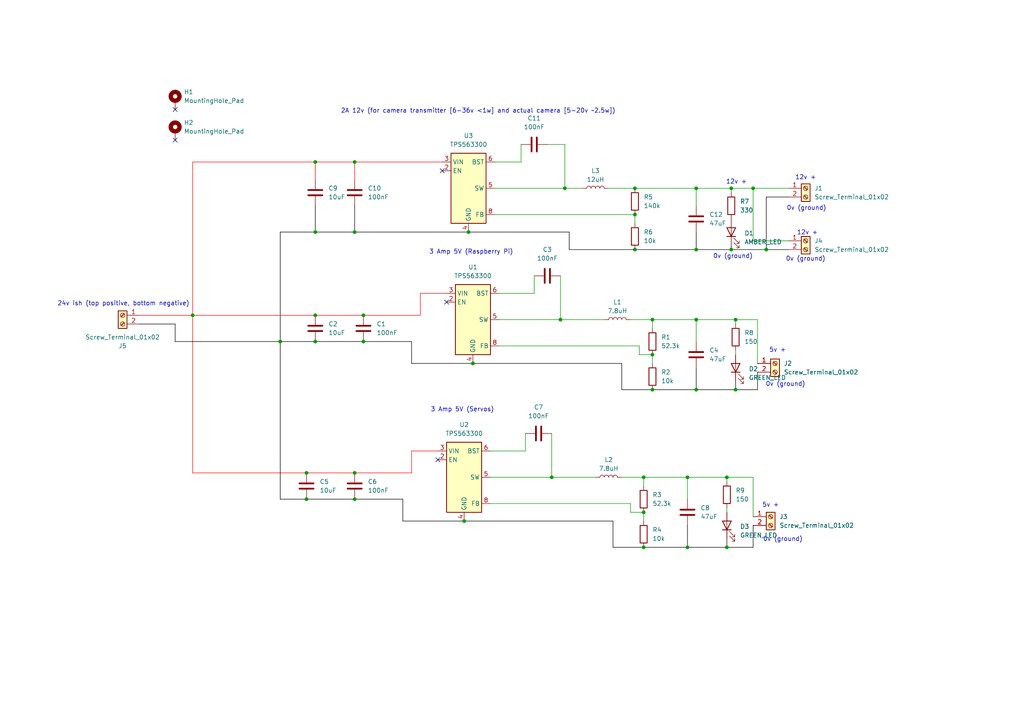
<source format=kicad_sch>
(kicad_sch
	(version 20231120)
	(generator "eeschema")
	(generator_version "8.0")
	(uuid "d57d17ab-494b-4c11-a4da-cdc1a6c16e8e")
	(paper "A4")
	(title_block
		(title "BORZOI")
		(date "2025-02-13")
		(comment 4 "Contributors: Lucas Lessard, Linus Mitchell, Jackie Li")
	)
	(lib_symbols
		(symbol "Connector:Screw_Terminal_01x02"
			(pin_names
				(offset 1.016) hide)
			(exclude_from_sim no)
			(in_bom yes)
			(on_board yes)
			(property "Reference" "J"
				(at 0 2.54 0)
				(effects
					(font
						(size 1.27 1.27)
					)
				)
			)
			(property "Value" "Screw_Terminal_01x02"
				(at 0 -5.08 0)
				(effects
					(font
						(size 1.27 1.27)
					)
				)
			)
			(property "Footprint" ""
				(at 0 0 0)
				(effects
					(font
						(size 1.27 1.27)
					)
					(hide yes)
				)
			)
			(property "Datasheet" "~"
				(at 0 0 0)
				(effects
					(font
						(size 1.27 1.27)
					)
					(hide yes)
				)
			)
			(property "Description" "Generic screw terminal, single row, 01x02, script generated (kicad-library-utils/schlib/autogen/connector/)"
				(at 0 0 0)
				(effects
					(font
						(size 1.27 1.27)
					)
					(hide yes)
				)
			)
			(property "ki_keywords" "screw terminal"
				(at 0 0 0)
				(effects
					(font
						(size 1.27 1.27)
					)
					(hide yes)
				)
			)
			(property "ki_fp_filters" "TerminalBlock*:*"
				(at 0 0 0)
				(effects
					(font
						(size 1.27 1.27)
					)
					(hide yes)
				)
			)
			(symbol "Screw_Terminal_01x02_1_1"
				(rectangle
					(start -1.27 1.27)
					(end 1.27 -3.81)
					(stroke
						(width 0.254)
						(type default)
					)
					(fill
						(type background)
					)
				)
				(circle
					(center 0 -2.54)
					(radius 0.635)
					(stroke
						(width 0.1524)
						(type default)
					)
					(fill
						(type none)
					)
				)
				(polyline
					(pts
						(xy -0.5334 -2.2098) (xy 0.3302 -3.048)
					)
					(stroke
						(width 0.1524)
						(type default)
					)
					(fill
						(type none)
					)
				)
				(polyline
					(pts
						(xy -0.5334 0.3302) (xy 0.3302 -0.508)
					)
					(stroke
						(width 0.1524)
						(type default)
					)
					(fill
						(type none)
					)
				)
				(polyline
					(pts
						(xy -0.3556 -2.032) (xy 0.508 -2.8702)
					)
					(stroke
						(width 0.1524)
						(type default)
					)
					(fill
						(type none)
					)
				)
				(polyline
					(pts
						(xy -0.3556 0.508) (xy 0.508 -0.3302)
					)
					(stroke
						(width 0.1524)
						(type default)
					)
					(fill
						(type none)
					)
				)
				(circle
					(center 0 0)
					(radius 0.635)
					(stroke
						(width 0.1524)
						(type default)
					)
					(fill
						(type none)
					)
				)
				(pin passive line
					(at -5.08 0 0)
					(length 3.81)
					(name "Pin_1"
						(effects
							(font
								(size 1.27 1.27)
							)
						)
					)
					(number "1"
						(effects
							(font
								(size 1.27 1.27)
							)
						)
					)
				)
				(pin passive line
					(at -5.08 -2.54 0)
					(length 3.81)
					(name "Pin_2"
						(effects
							(font
								(size 1.27 1.27)
							)
						)
					)
					(number "2"
						(effects
							(font
								(size 1.27 1.27)
							)
						)
					)
				)
			)
		)
		(symbol "Device:C"
			(pin_numbers hide)
			(pin_names
				(offset 0.254)
			)
			(exclude_from_sim no)
			(in_bom yes)
			(on_board yes)
			(property "Reference" "C"
				(at 0.635 2.54 0)
				(effects
					(font
						(size 1.27 1.27)
					)
					(justify left)
				)
			)
			(property "Value" "C"
				(at 0.635 -2.54 0)
				(effects
					(font
						(size 1.27 1.27)
					)
					(justify left)
				)
			)
			(property "Footprint" ""
				(at 0.9652 -3.81 0)
				(effects
					(font
						(size 1.27 1.27)
					)
					(hide yes)
				)
			)
			(property "Datasheet" "~"
				(at 0 0 0)
				(effects
					(font
						(size 1.27 1.27)
					)
					(hide yes)
				)
			)
			(property "Description" "Unpolarized capacitor"
				(at 0 0 0)
				(effects
					(font
						(size 1.27 1.27)
					)
					(hide yes)
				)
			)
			(property "ki_keywords" "cap capacitor"
				(at 0 0 0)
				(effects
					(font
						(size 1.27 1.27)
					)
					(hide yes)
				)
			)
			(property "ki_fp_filters" "C_*"
				(at 0 0 0)
				(effects
					(font
						(size 1.27 1.27)
					)
					(hide yes)
				)
			)
			(symbol "C_0_1"
				(polyline
					(pts
						(xy -2.032 -0.762) (xy 2.032 -0.762)
					)
					(stroke
						(width 0.508)
						(type default)
					)
					(fill
						(type none)
					)
				)
				(polyline
					(pts
						(xy -2.032 0.762) (xy 2.032 0.762)
					)
					(stroke
						(width 0.508)
						(type default)
					)
					(fill
						(type none)
					)
				)
			)
			(symbol "C_1_1"
				(pin passive line
					(at 0 3.81 270)
					(length 2.794)
					(name "~"
						(effects
							(font
								(size 1.27 1.27)
							)
						)
					)
					(number "1"
						(effects
							(font
								(size 1.27 1.27)
							)
						)
					)
				)
				(pin passive line
					(at 0 -3.81 90)
					(length 2.794)
					(name "~"
						(effects
							(font
								(size 1.27 1.27)
							)
						)
					)
					(number "2"
						(effects
							(font
								(size 1.27 1.27)
							)
						)
					)
				)
			)
		)
		(symbol "Device:L"
			(pin_numbers hide)
			(pin_names
				(offset 1.016) hide)
			(exclude_from_sim no)
			(in_bom yes)
			(on_board yes)
			(property "Reference" "L"
				(at -1.27 0 90)
				(effects
					(font
						(size 1.27 1.27)
					)
				)
			)
			(property "Value" "L"
				(at 1.905 0 90)
				(effects
					(font
						(size 1.27 1.27)
					)
				)
			)
			(property "Footprint" ""
				(at 0 0 0)
				(effects
					(font
						(size 1.27 1.27)
					)
					(hide yes)
				)
			)
			(property "Datasheet" "~"
				(at 0 0 0)
				(effects
					(font
						(size 1.27 1.27)
					)
					(hide yes)
				)
			)
			(property "Description" "Inductor"
				(at 0 0 0)
				(effects
					(font
						(size 1.27 1.27)
					)
					(hide yes)
				)
			)
			(property "ki_keywords" "inductor choke coil reactor magnetic"
				(at 0 0 0)
				(effects
					(font
						(size 1.27 1.27)
					)
					(hide yes)
				)
			)
			(property "ki_fp_filters" "Choke_* *Coil* Inductor_* L_*"
				(at 0 0 0)
				(effects
					(font
						(size 1.27 1.27)
					)
					(hide yes)
				)
			)
			(symbol "L_0_1"
				(arc
					(start 0 -2.54)
					(mid 0.6323 -1.905)
					(end 0 -1.27)
					(stroke
						(width 0)
						(type default)
					)
					(fill
						(type none)
					)
				)
				(arc
					(start 0 -1.27)
					(mid 0.6323 -0.635)
					(end 0 0)
					(stroke
						(width 0)
						(type default)
					)
					(fill
						(type none)
					)
				)
				(arc
					(start 0 0)
					(mid 0.6323 0.635)
					(end 0 1.27)
					(stroke
						(width 0)
						(type default)
					)
					(fill
						(type none)
					)
				)
				(arc
					(start 0 1.27)
					(mid 0.6323 1.905)
					(end 0 2.54)
					(stroke
						(width 0)
						(type default)
					)
					(fill
						(type none)
					)
				)
			)
			(symbol "L_1_1"
				(pin passive line
					(at 0 3.81 270)
					(length 1.27)
					(name "1"
						(effects
							(font
								(size 1.27 1.27)
							)
						)
					)
					(number "1"
						(effects
							(font
								(size 1.27 1.27)
							)
						)
					)
				)
				(pin passive line
					(at 0 -3.81 90)
					(length 1.27)
					(name "2"
						(effects
							(font
								(size 1.27 1.27)
							)
						)
					)
					(number "2"
						(effects
							(font
								(size 1.27 1.27)
							)
						)
					)
				)
			)
		)
		(symbol "Device:LED"
			(pin_numbers hide)
			(pin_names
				(offset 1.016) hide)
			(exclude_from_sim no)
			(in_bom yes)
			(on_board yes)
			(property "Reference" "D"
				(at 0 2.54 0)
				(effects
					(font
						(size 1.27 1.27)
					)
				)
			)
			(property "Value" "LED"
				(at 0 -2.54 0)
				(effects
					(font
						(size 1.27 1.27)
					)
				)
			)
			(property "Footprint" ""
				(at 0 0 0)
				(effects
					(font
						(size 1.27 1.27)
					)
					(hide yes)
				)
			)
			(property "Datasheet" "~"
				(at 0 0 0)
				(effects
					(font
						(size 1.27 1.27)
					)
					(hide yes)
				)
			)
			(property "Description" "Light emitting diode"
				(at 0 0 0)
				(effects
					(font
						(size 1.27 1.27)
					)
					(hide yes)
				)
			)
			(property "ki_keywords" "LED diode"
				(at 0 0 0)
				(effects
					(font
						(size 1.27 1.27)
					)
					(hide yes)
				)
			)
			(property "ki_fp_filters" "LED* LED_SMD:* LED_THT:*"
				(at 0 0 0)
				(effects
					(font
						(size 1.27 1.27)
					)
					(hide yes)
				)
			)
			(symbol "LED_0_1"
				(polyline
					(pts
						(xy -1.27 -1.27) (xy -1.27 1.27)
					)
					(stroke
						(width 0.254)
						(type default)
					)
					(fill
						(type none)
					)
				)
				(polyline
					(pts
						(xy -1.27 0) (xy 1.27 0)
					)
					(stroke
						(width 0)
						(type default)
					)
					(fill
						(type none)
					)
				)
				(polyline
					(pts
						(xy 1.27 -1.27) (xy 1.27 1.27) (xy -1.27 0) (xy 1.27 -1.27)
					)
					(stroke
						(width 0.254)
						(type default)
					)
					(fill
						(type none)
					)
				)
				(polyline
					(pts
						(xy -3.048 -0.762) (xy -4.572 -2.286) (xy -3.81 -2.286) (xy -4.572 -2.286) (xy -4.572 -1.524)
					)
					(stroke
						(width 0)
						(type default)
					)
					(fill
						(type none)
					)
				)
				(polyline
					(pts
						(xy -1.778 -0.762) (xy -3.302 -2.286) (xy -2.54 -2.286) (xy -3.302 -2.286) (xy -3.302 -1.524)
					)
					(stroke
						(width 0)
						(type default)
					)
					(fill
						(type none)
					)
				)
			)
			(symbol "LED_1_1"
				(pin passive line
					(at -3.81 0 0)
					(length 2.54)
					(name "K"
						(effects
							(font
								(size 1.27 1.27)
							)
						)
					)
					(number "1"
						(effects
							(font
								(size 1.27 1.27)
							)
						)
					)
				)
				(pin passive line
					(at 3.81 0 180)
					(length 2.54)
					(name "A"
						(effects
							(font
								(size 1.27 1.27)
							)
						)
					)
					(number "2"
						(effects
							(font
								(size 1.27 1.27)
							)
						)
					)
				)
			)
		)
		(symbol "Device:R"
			(pin_numbers hide)
			(pin_names
				(offset 0)
			)
			(exclude_from_sim no)
			(in_bom yes)
			(on_board yes)
			(property "Reference" "R"
				(at 2.032 0 90)
				(effects
					(font
						(size 1.27 1.27)
					)
				)
			)
			(property "Value" "R"
				(at 0 0 90)
				(effects
					(font
						(size 1.27 1.27)
					)
				)
			)
			(property "Footprint" ""
				(at -1.778 0 90)
				(effects
					(font
						(size 1.27 1.27)
					)
					(hide yes)
				)
			)
			(property "Datasheet" "~"
				(at 0 0 0)
				(effects
					(font
						(size 1.27 1.27)
					)
					(hide yes)
				)
			)
			(property "Description" "Resistor"
				(at 0 0 0)
				(effects
					(font
						(size 1.27 1.27)
					)
					(hide yes)
				)
			)
			(property "ki_keywords" "R res resistor"
				(at 0 0 0)
				(effects
					(font
						(size 1.27 1.27)
					)
					(hide yes)
				)
			)
			(property "ki_fp_filters" "R_*"
				(at 0 0 0)
				(effects
					(font
						(size 1.27 1.27)
					)
					(hide yes)
				)
			)
			(symbol "R_0_1"
				(rectangle
					(start -1.016 -2.54)
					(end 1.016 2.54)
					(stroke
						(width 0.254)
						(type default)
					)
					(fill
						(type none)
					)
				)
			)
			(symbol "R_1_1"
				(pin passive line
					(at 0 3.81 270)
					(length 1.27)
					(name "~"
						(effects
							(font
								(size 1.27 1.27)
							)
						)
					)
					(number "1"
						(effects
							(font
								(size 1.27 1.27)
							)
						)
					)
				)
				(pin passive line
					(at 0 -3.81 90)
					(length 1.27)
					(name "~"
						(effects
							(font
								(size 1.27 1.27)
							)
						)
					)
					(number "2"
						(effects
							(font
								(size 1.27 1.27)
							)
						)
					)
				)
			)
		)
		(symbol "Mechanical:MountingHole_Pad"
			(pin_numbers hide)
			(pin_names
				(offset 1.016) hide)
			(exclude_from_sim yes)
			(in_bom no)
			(on_board yes)
			(property "Reference" "H"
				(at 0 6.35 0)
				(effects
					(font
						(size 1.27 1.27)
					)
				)
			)
			(property "Value" "MountingHole_Pad"
				(at 0 4.445 0)
				(effects
					(font
						(size 1.27 1.27)
					)
				)
			)
			(property "Footprint" ""
				(at 0 0 0)
				(effects
					(font
						(size 1.27 1.27)
					)
					(hide yes)
				)
			)
			(property "Datasheet" "~"
				(at 0 0 0)
				(effects
					(font
						(size 1.27 1.27)
					)
					(hide yes)
				)
			)
			(property "Description" "Mounting Hole with connection"
				(at 0 0 0)
				(effects
					(font
						(size 1.27 1.27)
					)
					(hide yes)
				)
			)
			(property "ki_keywords" "mounting hole"
				(at 0 0 0)
				(effects
					(font
						(size 1.27 1.27)
					)
					(hide yes)
				)
			)
			(property "ki_fp_filters" "MountingHole*Pad*"
				(at 0 0 0)
				(effects
					(font
						(size 1.27 1.27)
					)
					(hide yes)
				)
			)
			(symbol "MountingHole_Pad_0_1"
				(circle
					(center 0 1.27)
					(radius 1.27)
					(stroke
						(width 1.27)
						(type default)
					)
					(fill
						(type none)
					)
				)
			)
			(symbol "MountingHole_Pad_1_1"
				(pin input line
					(at 0 -2.54 90)
					(length 2.54)
					(name "1"
						(effects
							(font
								(size 1.27 1.27)
							)
						)
					)
					(number "1"
						(effects
							(font
								(size 1.27 1.27)
							)
						)
					)
				)
			)
		)
		(symbol "Regulator_Switching:TPS563300"
			(exclude_from_sim no)
			(in_bom yes)
			(on_board yes)
			(property "Reference" "U"
				(at 0 13.97 0)
				(effects
					(font
						(size 1.27 1.27)
					)
				)
			)
			(property "Value" "TPS563300"
				(at 0 11.43 0)
				(effects
					(font
						(size 1.27 1.27)
					)
				)
			)
			(property "Footprint" "Package_TO_SOT_SMD:SOT-583-8"
				(at 0 -25.4 0)
				(effects
					(font
						(size 1.27 1.27)
					)
					(hide yes)
				)
			)
			(property "Datasheet" "https://www.ti.com/lit/ds/symlink/tps563300.pdf"
				(at 0 -22.86 0)
				(effects
					(font
						(size 1.27 1.27)
					)
					(hide yes)
				)
			)
			(property "Description" "3.8-28V, 3A Synchronous Buck Converters with pulse frequency modulation (PFM), SOT583-8"
				(at 0 0 0)
				(effects
					(font
						(size 1.27 1.27)
					)
					(hide yes)
				)
			)
			(property "ki_keywords" "synchronous buck converter pulse frequency modulation"
				(at 0 0 0)
				(effects
					(font
						(size 1.27 1.27)
					)
					(hide yes)
				)
			)
			(property "ki_fp_filters" "SOT?583*"
				(at 0 0 0)
				(effects
					(font
						(size 1.27 1.27)
					)
					(hide yes)
				)
			)
			(symbol "TPS563300_0_1"
				(rectangle
					(start -5.08 10.16)
					(end 5.08 -10.16)
					(stroke
						(width 0.254)
						(type default)
					)
					(fill
						(type background)
					)
				)
			)
			(symbol "TPS563300_1_1"
				(pin no_connect line
					(at -5.08 -5.08 0)
					(length 2.54) hide
					(name "NC"
						(effects
							(font
								(size 1.27 1.27)
							)
						)
					)
					(number "1"
						(effects
							(font
								(size 1.27 1.27)
							)
						)
					)
				)
				(pin input line
					(at -7.62 5.08 0)
					(length 2.54)
					(name "EN"
						(effects
							(font
								(size 1.27 1.27)
							)
						)
					)
					(number "2"
						(effects
							(font
								(size 1.27 1.27)
							)
						)
					)
				)
				(pin power_in line
					(at -7.62 7.62 0)
					(length 2.54)
					(name "VIN"
						(effects
							(font
								(size 1.27 1.27)
							)
						)
					)
					(number "3"
						(effects
							(font
								(size 1.27 1.27)
							)
						)
					)
				)
				(pin power_in line
					(at 0 -12.7 90)
					(length 2.54)
					(name "GND"
						(effects
							(font
								(size 1.27 1.27)
							)
						)
					)
					(number "4"
						(effects
							(font
								(size 1.27 1.27)
							)
						)
					)
				)
				(pin output line
					(at 7.62 0 180)
					(length 2.54)
					(name "SW"
						(effects
							(font
								(size 1.27 1.27)
							)
						)
					)
					(number "5"
						(effects
							(font
								(size 1.27 1.27)
							)
						)
					)
				)
				(pin passive line
					(at 7.62 7.62 180)
					(length 2.54)
					(name "BST"
						(effects
							(font
								(size 1.27 1.27)
							)
						)
					)
					(number "6"
						(effects
							(font
								(size 1.27 1.27)
							)
						)
					)
				)
				(pin no_connect line
					(at -5.08 -2.54 0)
					(length 2.54) hide
					(name "NC"
						(effects
							(font
								(size 1.27 1.27)
							)
						)
					)
					(number "7"
						(effects
							(font
								(size 1.27 1.27)
							)
						)
					)
				)
				(pin input line
					(at 7.62 -7.62 180)
					(length 2.54)
					(name "FB"
						(effects
							(font
								(size 1.27 1.27)
							)
						)
					)
					(number "8"
						(effects
							(font
								(size 1.27 1.27)
							)
						)
					)
				)
			)
		)
	)
	(junction
		(at 163.83 54.61)
		(diameter 0)
		(color 0 0 0 0)
		(uuid "00b1cdfb-3588-46ba-be68-c76805c0fb4c")
	)
	(junction
		(at 186.69 138.43)
		(diameter 0)
		(color 0 0 0 0)
		(uuid "04e8b746-4ff3-41a6-bc99-ef8230411f4d")
	)
	(junction
		(at 135.89 67.31)
		(diameter 0)
		(color 0 0 0 0)
		(uuid "0560b3df-a131-4e00-9ce5-e803ea101cd7")
	)
	(junction
		(at 189.23 102.87)
		(diameter 0)
		(color 0 0 0 0)
		(uuid "0cc2ddd6-5cd9-4f0b-843a-c3fb8e9377f9")
	)
	(junction
		(at 189.23 113.03)
		(diameter 0)
		(color 0 0 0 0)
		(uuid "13322f75-545b-4d4e-99aa-f7bd0832e820")
	)
	(junction
		(at 55.88 91.44)
		(diameter 0)
		(color 0 0 0 0)
		(uuid "16a26e43-d854-4c41-b42c-212b862c8c47")
	)
	(junction
		(at 212.09 54.61)
		(diameter 0)
		(color 0 0 0 0)
		(uuid "1a39267c-041c-4cd1-9933-fe8547cb70ae")
	)
	(junction
		(at 201.93 113.03)
		(diameter 0)
		(color 0 0 0 0)
		(uuid "250a00c7-58b4-4871-937f-f6e04abf5197")
	)
	(junction
		(at 91.44 67.31)
		(diameter 0)
		(color 0 0 0 0)
		(uuid "26d7cf07-371b-48f1-8f94-030a519e90d5")
	)
	(junction
		(at 199.39 158.75)
		(diameter 0)
		(color 0 0 0 0)
		(uuid "28960254-9fe1-459d-9467-e185dc79bd63")
	)
	(junction
		(at 91.44 91.44)
		(diameter 0)
		(color 0 0 0 0)
		(uuid "33b9f0cf-5ae1-4725-9b56-a9892cd0e291")
	)
	(junction
		(at 105.41 99.06)
		(diameter 0)
		(color 0 0 0 0)
		(uuid "368ef5e2-6721-49e2-8b24-40cf0f3c24ef")
	)
	(junction
		(at 88.9 137.16)
		(diameter 0)
		(color 0 0 0 0)
		(uuid "39f6c3cd-7fca-4b6b-b3c6-a3b15d6efd2f")
	)
	(junction
		(at 81.28 99.06)
		(diameter 0)
		(color 0 0 0 0)
		(uuid "3a1415f6-a1f5-46c8-9148-861b95514444")
	)
	(junction
		(at 186.69 158.75)
		(diameter 0)
		(color 0 0 0 0)
		(uuid "3b732558-960a-4420-ac0c-785f35afe7dd")
	)
	(junction
		(at 222.25 72.39)
		(diameter 0)
		(color 0 0 0 0)
		(uuid "4a41fffc-b0dd-4e54-8f2b-42eb5d4a331b")
	)
	(junction
		(at 210.82 138.43)
		(diameter 0)
		(color 0 0 0 0)
		(uuid "5022b7ed-c908-4880-82eb-cbe3a2e71545")
	)
	(junction
		(at 160.02 138.43)
		(diameter 0)
		(color 0 0 0 0)
		(uuid "5fea1a93-4b0d-47ef-81d6-a296cb7a6f04")
	)
	(junction
		(at 184.15 54.61)
		(diameter 0)
		(color 0 0 0 0)
		(uuid "62d86403-2435-4db9-811b-b06fa59fc411")
	)
	(junction
		(at 210.82 158.75)
		(diameter 0)
		(color 0 0 0 0)
		(uuid "668c6167-85f4-4062-afac-e964e33476b4")
	)
	(junction
		(at 201.93 54.61)
		(diameter 0)
		(color 0 0 0 0)
		(uuid "6ad9ad96-b35b-4960-8921-825cf4d7f61f")
	)
	(junction
		(at 201.93 92.71)
		(diameter 0)
		(color 0 0 0 0)
		(uuid "7d687a79-dd90-4d90-9181-49fcdab95b69")
	)
	(junction
		(at 184.15 72.39)
		(diameter 0)
		(color 0 0 0 0)
		(uuid "7e748b3d-d7fe-485a-a0bb-03d0b314b655")
	)
	(junction
		(at 213.36 113.03)
		(diameter 0)
		(color 0 0 0 0)
		(uuid "8442f95e-beba-4573-b12c-26de35dec884")
	)
	(junction
		(at 137.16 105.41)
		(diameter 0)
		(color 0 0 0 0)
		(uuid "86bb5a59-ef94-42d8-827e-203cc39bd971")
	)
	(junction
		(at 91.44 46.99)
		(diameter 0)
		(color 0 0 0 0)
		(uuid "86d217d4-5346-422d-909d-531647a60234")
	)
	(junction
		(at 218.44 54.61)
		(diameter 0)
		(color 0 0 0 0)
		(uuid "92260b22-fdf2-4058-81f0-d8cb2fdf3d19")
	)
	(junction
		(at 105.41 91.44)
		(diameter 0)
		(color 0 0 0 0)
		(uuid "93550c7d-2a9c-428b-83a7-361f9da901d0")
	)
	(junction
		(at 102.87 137.16)
		(diameter 0)
		(color 0 0 0 0)
		(uuid "a4b68287-16fc-40c7-a943-f4cbd9889fbd")
	)
	(junction
		(at 102.87 46.99)
		(diameter 0)
		(color 0 0 0 0)
		(uuid "b2b459a2-65fb-4c17-ac80-35a55d8ecb2c")
	)
	(junction
		(at 102.87 144.78)
		(diameter 0)
		(color 0 0 0 0)
		(uuid "b4431062-7f6f-4bfb-b8fc-4fadaaa3130d")
	)
	(junction
		(at 88.9 144.78)
		(diameter 0)
		(color 0 0 0 0)
		(uuid "c179afab-5fd2-4d40-b5c7-5f33f442e67e")
	)
	(junction
		(at 213.36 92.71)
		(diameter 0)
		(color 0 0 0 0)
		(uuid "c6c0013a-5c08-4f78-8a3b-2fc0d83fcbd1")
	)
	(junction
		(at 212.09 72.39)
		(diameter 0)
		(color 0 0 0 0)
		(uuid "d0dc497f-754c-45bb-8f30-247d2e8207c7")
	)
	(junction
		(at 199.39 138.43)
		(diameter 0)
		(color 0 0 0 0)
		(uuid "d1942afd-98e4-4153-bd99-7082a47ee511")
	)
	(junction
		(at 91.44 99.06)
		(diameter 0)
		(color 0 0 0 0)
		(uuid "d3146c19-e68d-498b-8062-33934ab9cd87")
	)
	(junction
		(at 186.69 148.59)
		(diameter 0)
		(color 0 0 0 0)
		(uuid "d4a546f8-1cde-4f30-bb1a-cf1771cf2a4f")
	)
	(junction
		(at 102.87 67.31)
		(diameter 0)
		(color 0 0 0 0)
		(uuid "df8af293-b5ca-450c-8bbf-6835f793cbb3")
	)
	(junction
		(at 184.15 62.23)
		(diameter 0)
		(color 0 0 0 0)
		(uuid "e0c69554-d72d-4c6d-b73e-ba90fd84cb18")
	)
	(junction
		(at 201.93 72.39)
		(diameter 0)
		(color 0 0 0 0)
		(uuid "e40caf17-452b-4b4f-8622-2b664661b122")
	)
	(junction
		(at 162.56 92.71)
		(diameter 0)
		(color 0 0 0 0)
		(uuid "e50690c7-4fb1-47a7-930e-2cc7912d4525")
	)
	(junction
		(at 189.23 92.71)
		(diameter 0)
		(color 0 0 0 0)
		(uuid "f1c5930c-df53-48e4-bf4e-88fb5444516a")
	)
	(junction
		(at 134.62 151.13)
		(diameter 0)
		(color 0 0 0 0)
		(uuid "f9938dc3-d8a8-4e30-90ae-8c23645974fb")
	)
	(no_connect
		(at 50.8 31.75)
		(uuid "b1c2d339-413b-4902-a723-cc244a754e3c")
	)
	(no_connect
		(at 127 133.35)
		(uuid "b8f30601-4717-445f-a8b6-db8363cd163e")
	)
	(no_connect
		(at 128.27 49.53)
		(uuid "bbb4cfa9-dcb3-4082-891a-19ac90509082")
	)
	(no_connect
		(at 50.8 40.64)
		(uuid "e96aac04-cf32-42b3-8197-8a842c179f58")
	)
	(no_connect
		(at 129.54 87.63)
		(uuid "f06d868e-c6f2-436a-996e-cc1156115e37")
	)
	(wire
		(pts
			(xy 116.84 144.78) (xy 116.84 151.13)
		)
		(stroke
			(width 0)
			(type default)
			(color 0 0 0 1)
		)
		(uuid "0254a94b-2535-456a-8531-cb5ae3590618")
	)
	(wire
		(pts
			(xy 162.56 92.71) (xy 175.26 92.71)
		)
		(stroke
			(width 0)
			(type default)
		)
		(uuid "0487d633-8a7e-4aee-be13-45cd5e497d8f")
	)
	(wire
		(pts
			(xy 218.44 54.61) (xy 228.6 54.61)
		)
		(stroke
			(width 0)
			(type default)
		)
		(uuid "0675b9c4-b89d-45c8-9e37-e475157b5dcf")
	)
	(wire
		(pts
			(xy 143.51 54.61) (xy 163.83 54.61)
		)
		(stroke
			(width 0)
			(type default)
		)
		(uuid "08b6177e-bcd8-47e7-859a-cdeea1da9513")
	)
	(wire
		(pts
			(xy 128.27 46.99) (xy 102.87 46.99)
		)
		(stroke
			(width 0)
			(type default)
			(color 255 0 0 1)
		)
		(uuid "0ad5f637-ea42-41ae-8cef-787d08611adb")
	)
	(wire
		(pts
			(xy 81.28 67.31) (xy 81.28 99.06)
		)
		(stroke
			(width 0)
			(type default)
			(color 0 0 0 1)
		)
		(uuid "0e7b75ce-4edf-4b73-930a-3b1c242db1a7")
	)
	(wire
		(pts
			(xy 119.38 137.16) (xy 119.38 130.81)
		)
		(stroke
			(width 0)
			(type default)
			(color 255 0 0 1)
		)
		(uuid "10e0d9d2-e17e-4a3c-af24-07db8464d770")
	)
	(wire
		(pts
			(xy 50.8 99.06) (xy 50.8 93.98)
		)
		(stroke
			(width 0)
			(type default)
			(color 0 0 0 1)
		)
		(uuid "11f3aab3-419b-4a99-b859-bf425362b0e6")
	)
	(wire
		(pts
			(xy 189.23 113.03) (xy 201.93 113.03)
		)
		(stroke
			(width 0)
			(type default)
			(color 0 0 0 1)
		)
		(uuid "13d1ef31-c42d-4d78-b191-2eeefe824816")
	)
	(wire
		(pts
			(xy 143.51 46.99) (xy 151.13 46.99)
		)
		(stroke
			(width 0)
			(type default)
		)
		(uuid "16f44a71-1458-4457-a6b4-5099693f4ff8")
	)
	(wire
		(pts
			(xy 182.88 92.71) (xy 189.23 92.71)
		)
		(stroke
			(width 0)
			(type default)
		)
		(uuid "16f938eb-da48-4027-9622-6353f9e28a14")
	)
	(wire
		(pts
			(xy 105.41 91.44) (xy 121.92 91.44)
		)
		(stroke
			(width 0)
			(type default)
			(color 255 0 0 1)
		)
		(uuid "199f3434-2338-4f14-ab4b-4ce662781ced")
	)
	(wire
		(pts
			(xy 144.78 85.09) (xy 154.94 85.09)
		)
		(stroke
			(width 0)
			(type default)
		)
		(uuid "1a969c91-49f3-4fba-a63e-4c2ce9df43a4")
	)
	(wire
		(pts
			(xy 137.16 105.41) (xy 180.34 105.41)
		)
		(stroke
			(width 0)
			(type default)
			(color 0 0 0 1)
		)
		(uuid "1ba408f7-adea-4f0d-952e-3a43f8b56c83")
	)
	(wire
		(pts
			(xy 163.83 54.61) (xy 168.91 54.61)
		)
		(stroke
			(width 0)
			(type default)
		)
		(uuid "1ddc5f7c-c206-4057-84bb-d22d6f801819")
	)
	(wire
		(pts
			(xy 210.82 148.59) (xy 210.82 147.32)
		)
		(stroke
			(width 0)
			(type default)
		)
		(uuid "1fa989fc-069d-4737-b81a-31e403b68584")
	)
	(wire
		(pts
			(xy 201.93 72.39) (xy 212.09 72.39)
		)
		(stroke
			(width 0)
			(type default)
			(color 0 0 0 1)
		)
		(uuid "20028633-d8f7-4556-900f-70bfe8c7586c")
	)
	(wire
		(pts
			(xy 201.93 67.31) (xy 201.93 72.39)
		)
		(stroke
			(width 0)
			(type default)
			(color 0 0 0 1)
		)
		(uuid "22e22b6c-2409-4198-a3ef-295502eccc9d")
	)
	(wire
		(pts
			(xy 177.8 158.75) (xy 186.69 158.75)
		)
		(stroke
			(width 0)
			(type default)
			(color 0 0 0 1)
		)
		(uuid "23c0c066-7dda-490e-a0a0-911f3e561e38")
	)
	(wire
		(pts
			(xy 222.25 72.39) (xy 228.6 72.39)
		)
		(stroke
			(width 0)
			(type default)
			(color 0 0 0 1)
		)
		(uuid "24fa1675-6555-4a3c-8baa-e771f23e1097")
	)
	(wire
		(pts
			(xy 50.8 99.06) (xy 81.28 99.06)
		)
		(stroke
			(width 0)
			(type default)
			(color 0 0 0 1)
		)
		(uuid "2b24169e-83f2-4abd-b4f4-978e3f2da1f3")
	)
	(wire
		(pts
			(xy 81.28 144.78) (xy 88.9 144.78)
		)
		(stroke
			(width 0)
			(type default)
			(color 0 0 0 1)
		)
		(uuid "2c4e9cbc-bc86-4a1e-8b6b-76befedf7bc9")
	)
	(wire
		(pts
			(xy 81.28 99.06) (xy 91.44 99.06)
		)
		(stroke
			(width 0)
			(type default)
			(color 0 0 0 1)
		)
		(uuid "32cc1454-85b4-428b-aefa-4cbd881ab798")
	)
	(wire
		(pts
			(xy 158.75 41.91) (xy 163.83 41.91)
		)
		(stroke
			(width 0)
			(type default)
		)
		(uuid "407d99b6-e2a1-48ee-ae30-5d27e70eefcf")
	)
	(wire
		(pts
			(xy 212.09 71.12) (xy 212.09 72.39)
		)
		(stroke
			(width 0)
			(type default)
			(color 0 0 0 1)
		)
		(uuid "438a9a37-c654-47e6-95e7-20d5c9053f4d")
	)
	(wire
		(pts
			(xy 81.28 67.31) (xy 91.44 67.31)
		)
		(stroke
			(width 0)
			(type default)
			(color 0 0 0 1)
		)
		(uuid "49f4a340-d239-4e2c-ae73-0843382d2fff")
	)
	(wire
		(pts
			(xy 102.87 46.99) (xy 91.44 46.99)
		)
		(stroke
			(width 0)
			(type default)
			(color 255 0 0 1)
		)
		(uuid "49fcacc7-c473-40b9-a2bc-8668b36caa79")
	)
	(wire
		(pts
			(xy 185.42 100.33) (xy 185.42 102.87)
		)
		(stroke
			(width 0)
			(type default)
		)
		(uuid "4b679983-d237-4a1a-964f-0867a7b080e9")
	)
	(wire
		(pts
			(xy 102.87 59.69) (xy 102.87 67.31)
		)
		(stroke
			(width 0)
			(type default)
			(color 0 0 0 1)
		)
		(uuid "4e535767-cc97-4abf-b183-03b6f397eac6")
	)
	(wire
		(pts
			(xy 160.02 138.43) (xy 172.72 138.43)
		)
		(stroke
			(width 0)
			(type default)
		)
		(uuid "4ea51b51-b5a3-4459-b0e1-44a090d4fd7b")
	)
	(wire
		(pts
			(xy 91.44 99.06) (xy 105.41 99.06)
		)
		(stroke
			(width 0)
			(type default)
			(color 0 0 0 1)
		)
		(uuid "4f7a3cc8-1915-47ee-af02-13f27e8f2dfd")
	)
	(wire
		(pts
			(xy 144.78 92.71) (xy 162.56 92.71)
		)
		(stroke
			(width 0)
			(type default)
		)
		(uuid "4f855ea6-e41b-4f10-9e4e-5c788d880191")
	)
	(wire
		(pts
			(xy 222.25 72.39) (xy 222.25 57.15)
		)
		(stroke
			(width 0)
			(type default)
			(color 0 0 0 1)
		)
		(uuid "50b7df03-26e6-45cd-9c84-0e5889a8763d")
	)
	(wire
		(pts
			(xy 210.82 138.43) (xy 210.82 139.7)
		)
		(stroke
			(width 0)
			(type default)
		)
		(uuid "52a15fc2-443f-4fff-b1c8-cc0d06cd39df")
	)
	(wire
		(pts
			(xy 152.4 130.81) (xy 152.4 125.73)
		)
		(stroke
			(width 0)
			(type default)
		)
		(uuid "55daa9ae-4462-429e-80e0-52ccbbab86c1")
	)
	(wire
		(pts
			(xy 162.56 92.71) (xy 162.56 80.01)
		)
		(stroke
			(width 0)
			(type default)
		)
		(uuid "56d61d2c-7926-4337-b61f-98ea6d4cb829")
	)
	(wire
		(pts
			(xy 201.93 113.03) (xy 213.36 113.03)
		)
		(stroke
			(width 0)
			(type default)
			(color 0 0 0 1)
		)
		(uuid "580fb109-76ea-4ee4-9e56-d85fec9bebfb")
	)
	(wire
		(pts
			(xy 218.44 152.4) (xy 218.44 158.75)
		)
		(stroke
			(width 0)
			(type default)
			(color 0 0 0 1)
		)
		(uuid "598ef81f-35ff-415d-86d1-c7a84e056b68")
	)
	(wire
		(pts
			(xy 88.9 137.16) (xy 102.87 137.16)
		)
		(stroke
			(width 0)
			(type default)
			(color 255 0 0 1)
		)
		(uuid "59a41167-fab0-421f-a3e1-f1a003e7158d")
	)
	(wire
		(pts
			(xy 55.88 91.44) (xy 55.88 137.16)
		)
		(stroke
			(width 0)
			(type default)
			(color 255 0 0 1)
		)
		(uuid "5c34a7e2-67f7-4d7b-bf71-1aaefc9a805f")
	)
	(wire
		(pts
			(xy 201.93 106.68) (xy 201.93 113.03)
		)
		(stroke
			(width 0)
			(type default)
			(color 0 0 0 1)
		)
		(uuid "5ec076cb-8968-4941-a33b-2558289da106")
	)
	(wire
		(pts
			(xy 199.39 138.43) (xy 199.39 144.78)
		)
		(stroke
			(width 0)
			(type default)
		)
		(uuid "5f1df33b-950e-41ff-a93a-a46b94dd98a7")
	)
	(wire
		(pts
			(xy 213.36 92.71) (xy 213.36 93.98)
		)
		(stroke
			(width 0)
			(type default)
		)
		(uuid "60e652b5-31ff-49ca-8e0e-238ef3f954a1")
	)
	(wire
		(pts
			(xy 142.24 138.43) (xy 160.02 138.43)
		)
		(stroke
			(width 0)
			(type default)
		)
		(uuid "62062644-c1fc-439a-abc7-60cd45569c0f")
	)
	(wire
		(pts
			(xy 165.1 67.31) (xy 135.89 67.31)
		)
		(stroke
			(width 0)
			(type default)
			(color 0 0 0 1)
		)
		(uuid "6224c884-220d-4d97-9901-2a9525658088")
	)
	(wire
		(pts
			(xy 55.88 91.44) (xy 55.88 46.99)
		)
		(stroke
			(width 0)
			(type default)
			(color 255 0 0 1)
		)
		(uuid "638db10e-b733-4ea1-aae1-20dbc1cc1ae2")
	)
	(wire
		(pts
			(xy 186.69 158.75) (xy 199.39 158.75)
		)
		(stroke
			(width 0)
			(type default)
			(color 0 0 0 1)
		)
		(uuid "65c2f308-f74d-406f-bf59-863b3090d08c")
	)
	(wire
		(pts
			(xy 212.09 72.39) (xy 222.25 72.39)
		)
		(stroke
			(width 0)
			(type default)
			(color 0 0 0 1)
		)
		(uuid "685ab83a-6952-4a0c-8e3c-bfd29fe27dfd")
	)
	(wire
		(pts
			(xy 91.44 91.44) (xy 105.41 91.44)
		)
		(stroke
			(width 0)
			(type default)
			(color 255 0 0 1)
		)
		(uuid "68942ba7-686a-4a02-ab28-6defcc876119")
	)
	(wire
		(pts
			(xy 119.38 99.06) (xy 119.38 105.41)
		)
		(stroke
			(width 0)
			(type default)
			(color 0 0 0 1)
		)
		(uuid "6a242694-bb4e-47ad-b2d0-15bf3989f0ed")
	)
	(wire
		(pts
			(xy 213.36 113.03) (xy 219.71 113.03)
		)
		(stroke
			(width 0)
			(type default)
			(color 0 0 0 1)
		)
		(uuid "6b317fe9-1a30-4394-a89c-cd1b37c0742b")
	)
	(wire
		(pts
			(xy 144.78 100.33) (xy 185.42 100.33)
		)
		(stroke
			(width 0)
			(type default)
		)
		(uuid "6c4f68d4-4d81-4423-9ace-bca86f73ac24")
	)
	(wire
		(pts
			(xy 143.51 62.23) (xy 184.15 62.23)
		)
		(stroke
			(width 0)
			(type default)
		)
		(uuid "710ef825-8013-4567-ba7b-c11d8f7e7fe4")
	)
	(wire
		(pts
			(xy 213.36 101.6) (xy 213.36 102.87)
		)
		(stroke
			(width 0)
			(type default)
		)
		(uuid "72a0de96-abad-48da-a87e-81378b9255da")
	)
	(wire
		(pts
			(xy 119.38 130.81) (xy 127 130.81)
		)
		(stroke
			(width 0)
			(type default)
			(color 255 0 0 1)
		)
		(uuid "72d465f4-cdea-4ee5-94b1-4503a0aa5226")
	)
	(wire
		(pts
			(xy 105.41 99.06) (xy 119.38 99.06)
		)
		(stroke
			(width 0)
			(type default)
			(color 0 0 0 1)
		)
		(uuid "74ccb234-22c2-4447-96cb-73efcd247982")
	)
	(wire
		(pts
			(xy 201.93 54.61) (xy 212.09 54.61)
		)
		(stroke
			(width 0)
			(type default)
		)
		(uuid "759b4d8b-5ee9-49a4-9b8a-c7b77ca0be3d")
	)
	(wire
		(pts
			(xy 151.13 46.99) (xy 151.13 41.91)
		)
		(stroke
			(width 0)
			(type default)
		)
		(uuid "77185355-ae06-4b15-a072-5d8aa45ba96d")
	)
	(wire
		(pts
			(xy 186.69 148.59) (xy 186.69 151.13)
		)
		(stroke
			(width 0)
			(type default)
		)
		(uuid "794a91ee-d615-41d2-8db7-20fc4bf92eb1")
	)
	(wire
		(pts
			(xy 189.23 92.71) (xy 201.93 92.71)
		)
		(stroke
			(width 0)
			(type default)
		)
		(uuid "79f6eb85-a4fa-431b-99cb-f878e4f8db48")
	)
	(wire
		(pts
			(xy 199.39 158.75) (xy 210.82 158.75)
		)
		(stroke
			(width 0)
			(type default)
			(color 0 0 0 1)
		)
		(uuid "7a1a3c33-002e-472b-9053-0c4087e648f1")
	)
	(wire
		(pts
			(xy 212.09 54.61) (xy 218.44 54.61)
		)
		(stroke
			(width 0)
			(type default)
		)
		(uuid "7e697194-0daa-45da-913c-4817a876e5f7")
	)
	(wire
		(pts
			(xy 213.36 110.49) (xy 213.36 113.03)
		)
		(stroke
			(width 0)
			(type default)
			(color 0 0 0 1)
		)
		(uuid "7eed544b-8149-4ab7-b25f-21537ffb0777")
	)
	(wire
		(pts
			(xy 142.24 130.81) (xy 152.4 130.81)
		)
		(stroke
			(width 0)
			(type default)
		)
		(uuid "809cf825-b234-48bb-9d12-2d19e8dccc85")
	)
	(wire
		(pts
			(xy 142.24 146.05) (xy 182.88 146.05)
		)
		(stroke
			(width 0)
			(type default)
		)
		(uuid "81bf0c9d-928d-406b-9e47-d134f20d00a0")
	)
	(wire
		(pts
			(xy 102.87 67.31) (xy 135.89 67.31)
		)
		(stroke
			(width 0)
			(type default)
			(color 0 0 0 1)
		)
		(uuid "854be63b-b208-4263-8091-a626de2f0536")
	)
	(wire
		(pts
			(xy 176.53 54.61) (xy 184.15 54.61)
		)
		(stroke
			(width 0)
			(type default)
		)
		(uuid "8619db49-2ad2-4dd5-ae84-2d41643fd692")
	)
	(wire
		(pts
			(xy 102.87 144.78) (xy 116.84 144.78)
		)
		(stroke
			(width 0)
			(type default)
			(color 0 0 0 1)
		)
		(uuid "8c185e8d-febb-4b69-a8c2-d3297d07230d")
	)
	(wire
		(pts
			(xy 186.69 138.43) (xy 199.39 138.43)
		)
		(stroke
			(width 0)
			(type default)
		)
		(uuid "8d1a8601-c936-407b-a22a-647ff5b24ab0")
	)
	(wire
		(pts
			(xy 81.28 99.06) (xy 81.28 144.78)
		)
		(stroke
			(width 0)
			(type default)
			(color 0 0 0 1)
		)
		(uuid "90182023-7cdb-4e1d-9c3d-278e559145ae")
	)
	(wire
		(pts
			(xy 180.34 138.43) (xy 186.69 138.43)
		)
		(stroke
			(width 0)
			(type default)
		)
		(uuid "9096df71-4b96-42d2-bbd1-e81387d7e1c8")
	)
	(wire
		(pts
			(xy 184.15 72.39) (xy 201.93 72.39)
		)
		(stroke
			(width 0)
			(type default)
			(color 0 0 0 1)
		)
		(uuid "950661c6-5516-41d2-ad4e-197fbebee56d")
	)
	(wire
		(pts
			(xy 180.34 113.03) (xy 189.23 113.03)
		)
		(stroke
			(width 0)
			(type default)
			(color 0 0 0 1)
		)
		(uuid "98cdd0ea-8e3d-45bd-8b80-b20b46237b9e")
	)
	(wire
		(pts
			(xy 222.25 57.15) (xy 228.6 57.15)
		)
		(stroke
			(width 0)
			(type default)
			(color 0 0 0 1)
		)
		(uuid "9a80a3cd-60a0-4102-8458-cf209dfd5d20")
	)
	(wire
		(pts
			(xy 55.88 91.44) (xy 91.44 91.44)
		)
		(stroke
			(width 0)
			(type default)
			(color 255 0 0 1)
		)
		(uuid "9d216d63-bce8-4976-8e58-2441d2d9b507")
	)
	(wire
		(pts
			(xy 189.23 102.87) (xy 189.23 105.41)
		)
		(stroke
			(width 0)
			(type default)
		)
		(uuid "a4917f0b-cbba-43f5-b8d1-857a49df1b1f")
	)
	(wire
		(pts
			(xy 219.71 107.95) (xy 219.71 113.03)
		)
		(stroke
			(width 0)
			(type default)
			(color 0 0 0 1)
		)
		(uuid "a4c3e3c1-d89d-4e13-b5fa-a15a65fd24b1")
	)
	(wire
		(pts
			(xy 182.88 146.05) (xy 182.88 148.59)
		)
		(stroke
			(width 0)
			(type default)
		)
		(uuid "a5199bb5-db86-4425-9888-36cc2ddb5ca1")
	)
	(wire
		(pts
			(xy 199.39 138.43) (xy 210.82 138.43)
		)
		(stroke
			(width 0)
			(type default)
		)
		(uuid "a5a507bd-078e-42b5-8c0e-9c736d3fb767")
	)
	(wire
		(pts
			(xy 184.15 62.23) (xy 184.15 64.77)
		)
		(stroke
			(width 0)
			(type default)
		)
		(uuid "a71eee83-bf12-4acf-8588-05fd217a6a8f")
	)
	(wire
		(pts
			(xy 201.93 92.71) (xy 201.93 99.06)
		)
		(stroke
			(width 0)
			(type default)
		)
		(uuid "ac2bf1db-7f47-40c7-8a54-055135fb4f14")
	)
	(wire
		(pts
			(xy 218.44 138.43) (xy 218.44 149.86)
		)
		(stroke
			(width 0)
			(type default)
		)
		(uuid "adc45d5b-4614-42da-a594-e41760ab334a")
	)
	(wire
		(pts
			(xy 102.87 46.99) (xy 102.87 52.07)
		)
		(stroke
			(width 0)
			(type default)
			(color 255 0 0 1)
		)
		(uuid "ae058f1d-668f-4ecb-aee3-7b8d6cc6ef66")
	)
	(wire
		(pts
			(xy 165.1 72.39) (xy 165.1 67.31)
		)
		(stroke
			(width 0)
			(type default)
			(color 0 0 0 1)
		)
		(uuid "afab86eb-3d56-4afa-9e49-bc93026e3843")
	)
	(wire
		(pts
			(xy 184.15 54.61) (xy 201.93 54.61)
		)
		(stroke
			(width 0)
			(type default)
		)
		(uuid "b02d38dc-d972-4267-8dd2-78fd4b34fb92")
	)
	(wire
		(pts
			(xy 182.88 148.59) (xy 186.69 148.59)
		)
		(stroke
			(width 0)
			(type default)
		)
		(uuid "b1736222-27cc-45e8-8e27-92cd0bd82b6d")
	)
	(wire
		(pts
			(xy 210.82 158.75) (xy 218.44 158.75)
		)
		(stroke
			(width 0)
			(type default)
			(color 0 0 0 1)
		)
		(uuid "b1bdb50c-8c89-4fa4-add8-188b9448b659")
	)
	(wire
		(pts
			(xy 212.09 55.88) (xy 212.09 54.61)
		)
		(stroke
			(width 0)
			(type default)
		)
		(uuid "b653961f-527c-4c29-a0e2-0cbbc2172481")
	)
	(wire
		(pts
			(xy 201.93 54.61) (xy 201.93 59.69)
		)
		(stroke
			(width 0)
			(type default)
		)
		(uuid "b6f62132-3d03-4918-8a06-fd7f038c6597")
	)
	(wire
		(pts
			(xy 102.87 137.16) (xy 119.38 137.16)
		)
		(stroke
			(width 0)
			(type default)
			(color 255 0 0 1)
		)
		(uuid "b85eee83-e43a-4c5d-bdd5-a7891c2dda47")
	)
	(wire
		(pts
			(xy 163.83 41.91) (xy 163.83 54.61)
		)
		(stroke
			(width 0)
			(type default)
		)
		(uuid "b94c731f-0191-449c-b893-fdd4a14a7de9")
	)
	(wire
		(pts
			(xy 218.44 69.85) (xy 228.6 69.85)
		)
		(stroke
			(width 0)
			(type default)
		)
		(uuid "bb231880-d0a1-4a8c-a5b1-2a61c57b7c2e")
	)
	(wire
		(pts
			(xy 177.8 151.13) (xy 177.8 158.75)
		)
		(stroke
			(width 0)
			(type default)
			(color 0 0 0 1)
		)
		(uuid "bdc7364b-8495-4628-8708-210c956b0d37")
	)
	(wire
		(pts
			(xy 213.36 92.71) (xy 219.71 92.71)
		)
		(stroke
			(width 0)
			(type default)
		)
		(uuid "c0de6e8a-7883-4ddd-9037-52654528a51b")
	)
	(wire
		(pts
			(xy 185.42 102.87) (xy 189.23 102.87)
		)
		(stroke
			(width 0)
			(type default)
		)
		(uuid "c2ae19d8-f2b0-40ee-ab35-088fedcf5f2c")
	)
	(wire
		(pts
			(xy 91.44 67.31) (xy 102.87 67.31)
		)
		(stroke
			(width 0)
			(type default)
			(color 0 0 0 1)
		)
		(uuid "c8a46560-6c11-4fe9-aaa4-800a92218771")
	)
	(wire
		(pts
			(xy 88.9 144.78) (xy 102.87 144.78)
		)
		(stroke
			(width 0)
			(type default)
			(color 0 0 0 1)
		)
		(uuid "ca39a1b5-86fa-49e3-8d8f-187602d3f29f")
	)
	(wire
		(pts
			(xy 210.82 156.21) (xy 210.82 158.75)
		)
		(stroke
			(width 0)
			(type default)
			(color 0 0 0 1)
		)
		(uuid "cde462d2-75e5-4fdf-a9e7-aa5bad3494fc")
	)
	(wire
		(pts
			(xy 119.38 105.41) (xy 137.16 105.41)
		)
		(stroke
			(width 0)
			(type default)
			(color 0 0 0 1)
		)
		(uuid "cf41d257-9688-4341-b03d-9e7514b3fb7c")
	)
	(wire
		(pts
			(xy 134.62 151.13) (xy 177.8 151.13)
		)
		(stroke
			(width 0)
			(type default)
			(color 0 0 0 1)
		)
		(uuid "d5cbd6c2-4ef4-4ec8-9ca3-56c120060220")
	)
	(wire
		(pts
			(xy 219.71 92.71) (xy 219.71 105.41)
		)
		(stroke
			(width 0)
			(type default)
		)
		(uuid "d99e72a6-b30b-4613-b800-c7d134e129c2")
	)
	(wire
		(pts
			(xy 218.44 54.61) (xy 218.44 69.85)
		)
		(stroke
			(width 0)
			(type default)
		)
		(uuid "db651947-9966-4039-83fd-9aea5e869781")
	)
	(wire
		(pts
			(xy 160.02 138.43) (xy 160.02 125.73)
		)
		(stroke
			(width 0)
			(type default)
		)
		(uuid "dca08588-51ec-4360-bb8f-c4d3cb00bea6")
	)
	(wire
		(pts
			(xy 121.92 91.44) (xy 121.92 85.09)
		)
		(stroke
			(width 0)
			(type default)
			(color 255 0 0 1)
		)
		(uuid "e1e86a54-bc4d-4858-b251-a0e002ba8587")
	)
	(wire
		(pts
			(xy 121.92 85.09) (xy 129.54 85.09)
		)
		(stroke
			(width 0)
			(type default)
			(color 255 0 0 1)
		)
		(uuid "e2a049f6-ef3c-4c90-a173-d51e9f200e81")
	)
	(wire
		(pts
			(xy 186.69 140.97) (xy 186.69 138.43)
		)
		(stroke
			(width 0)
			(type default)
		)
		(uuid "e39bec9a-1232-40de-95df-571cd70bbf38")
	)
	(wire
		(pts
			(xy 55.88 46.99) (xy 91.44 46.99)
		)
		(stroke
			(width 0)
			(type default)
			(color 255 0 0 1)
		)
		(uuid "e7e73876-d866-4ce2-ba88-f2c3d47794b0")
	)
	(wire
		(pts
			(xy 201.93 92.71) (xy 213.36 92.71)
		)
		(stroke
			(width 0)
			(type default)
		)
		(uuid "ea8ff75f-53fc-4cb5-bf8a-9308bcaa8e8d")
	)
	(wire
		(pts
			(xy 50.8 93.98) (xy 40.64 93.98)
		)
		(stroke
			(width 0)
			(type default)
			(color 0 0 0 1)
		)
		(uuid "eb2f7aea-f62c-4713-962d-f29aec4fb08b")
	)
	(wire
		(pts
			(xy 154.94 85.09) (xy 154.94 80.01)
		)
		(stroke
			(width 0)
			(type default)
		)
		(uuid "ede4753c-a2db-4559-ba21-771207b79b88")
	)
	(wire
		(pts
			(xy 189.23 95.25) (xy 189.23 92.71)
		)
		(stroke
			(width 0)
			(type default)
		)
		(uuid "ee6dc07b-0c6e-4b06-a533-269cbb3addc9")
	)
	(wire
		(pts
			(xy 91.44 46.99) (xy 91.44 52.07)
		)
		(stroke
			(width 0)
			(type default)
			(color 255 0 0 1)
		)
		(uuid "f02189e1-3d28-4869-b805-0488752ae1b5")
	)
	(wire
		(pts
			(xy 180.34 105.41) (xy 180.34 113.03)
		)
		(stroke
			(width 0)
			(type default)
			(color 0 0 0 1)
		)
		(uuid "f05574b0-7d57-4fb2-986a-a6499dae180a")
	)
	(wire
		(pts
			(xy 40.64 91.44) (xy 55.88 91.44)
		)
		(stroke
			(width 0)
			(type default)
			(color 255 0 0 1)
		)
		(uuid "f2036051-3f56-4ae6-a6fb-7513a7aa5839")
	)
	(wire
		(pts
			(xy 210.82 138.43) (xy 218.44 138.43)
		)
		(stroke
			(width 0)
			(type default)
		)
		(uuid "f29cc216-86aa-4657-a89f-82b255c4f457")
	)
	(wire
		(pts
			(xy 88.9 137.16) (xy 55.88 137.16)
		)
		(stroke
			(width 0)
			(type default)
			(color 255 0 0 1)
		)
		(uuid "f49c36fe-7753-4946-8e9b-3d33f1d47bb6")
	)
	(wire
		(pts
			(xy 116.84 151.13) (xy 134.62 151.13)
		)
		(stroke
			(width 0)
			(type default)
			(color 0 0 0 1)
		)
		(uuid "f5cd130d-a94c-4e92-a949-0d3625d73364")
	)
	(wire
		(pts
			(xy 184.15 72.39) (xy 165.1 72.39)
		)
		(stroke
			(width 0)
			(type default)
			(color 0 0 0 1)
		)
		(uuid "fa3c4ebc-3154-41b4-b4a2-71b64f1d8dec")
	)
	(wire
		(pts
			(xy 199.39 152.4) (xy 199.39 158.75)
		)
		(stroke
			(width 0)
			(type default)
			(color 0 0 0 1)
		)
		(uuid "fc5eb6e4-9fcb-4297-8ad0-f46a8c498ddd")
	)
	(wire
		(pts
			(xy 91.44 59.69) (xy 91.44 67.31)
		)
		(stroke
			(width 0)
			(type default)
			(color 0 0 0 1)
		)
		(uuid "fea5ccf7-f39f-42db-9560-e5afcc0d63a4")
	)
	(text "0v (ground)"
		(exclude_from_sim no)
		(at 227.838 111.506 0)
		(effects
			(font
				(size 1.27 1.27)
			)
		)
		(uuid "036493e6-be4f-4ba3-8035-72fd21388331")
	)
	(text "12v +\n"
		(exclude_from_sim no)
		(at 233.68 51.562 0)
		(effects
			(font
				(size 1.27 1.27)
			)
		)
		(uuid "11c00a1c-4c25-4fef-8d15-a34b738d2069")
	)
	(text "0v (ground)"
		(exclude_from_sim no)
		(at 233.934 60.452 0)
		(effects
			(font
				(size 1.27 1.27)
			)
		)
		(uuid "1b3fa17e-ed66-4df7-8d3b-97c778c8d60e")
	)
	(text "3 Amp 5V (Raspberry Pi)"
		(exclude_from_sim no)
		(at 136.652 73.152 0)
		(effects
			(font
				(size 1.27 1.27)
			)
		)
		(uuid "2b5dbf3c-ef91-4e3b-91d8-b95a66d3608a")
	)
	(text "12v +\n"
		(exclude_from_sim no)
		(at 234.188 67.564 0)
		(effects
			(font
				(size 1.27 1.27)
			)
		)
		(uuid "3a62382e-6216-475f-b157-5867c5dc0997")
	)
	(text "24v ish (top positive, bottom negative)\n"
		(exclude_from_sim no)
		(at 35.814 88.138 0)
		(effects
			(font
				(size 1.27 1.27)
			)
		)
		(uuid "4797fa4d-4b4c-46d1-8530-a95904ea7f59")
	)
	(text "5v +"
		(exclude_from_sim no)
		(at 225.552 101.6 0)
		(effects
			(font
				(size 1.27 1.27)
			)
		)
		(uuid "5670befb-5999-487f-8625-0a5b785512db")
	)
	(text "3 Amp 5V (Servos)"
		(exclude_from_sim no)
		(at 134.112 118.872 0)
		(effects
			(font
				(size 1.27 1.27)
			)
		)
		(uuid "5d586808-ef0f-4742-bf36-bae196725e2f")
	)
	(text "12v +\n"
		(exclude_from_sim no)
		(at 213.614 52.832 0)
		(effects
			(font
				(size 1.27 1.27)
			)
		)
		(uuid "6704094a-c4cb-40a0-8495-9b95eb717388")
	)
	(text "5v +"
		(exclude_from_sim no)
		(at 223.52 146.558 0)
		(effects
			(font
				(size 1.27 1.27)
			)
		)
		(uuid "6e9c4521-936b-4cf4-bf7d-ae9f29cbe164")
	)
	(text "0v (ground)"
		(exclude_from_sim no)
		(at 227.076 156.464 0)
		(effects
			(font
				(size 1.27 1.27)
			)
		)
		(uuid "7c1b45c9-6c19-443a-bcd7-2110503d3efc")
	)
	(text "0v (ground)"
		(exclude_from_sim no)
		(at 212.598 74.422 0)
		(effects
			(font
				(size 1.27 1.27)
			)
		)
		(uuid "83e91b35-3c64-4351-8b98-3b8e452fb376")
	)
	(text "2A 12v (for camera transmitter [6-36v <1w] and actual camera [5-20v ~2.5w])"
		(exclude_from_sim no)
		(at 138.684 32.258 0)
		(effects
			(font
				(size 1.27 1.27)
			)
		)
		(uuid "a89052fc-969f-44e4-ae0f-6e2959c095bb")
	)
	(text "0v (ground)"
		(exclude_from_sim no)
		(at 233.68 75.184 0)
		(effects
			(font
				(size 1.27 1.27)
			)
		)
		(uuid "d8d7bbb5-9dc7-4990-b562-e4ee64c0a4b8")
	)
	(symbol
		(lib_id "Device:R")
		(at 184.15 68.58 0)
		(unit 1)
		(exclude_from_sim no)
		(in_bom yes)
		(on_board yes)
		(dnp no)
		(fields_autoplaced yes)
		(uuid "008e1dc5-6670-48d0-880d-36da1d0fe0f2")
		(property "Reference" "R6"
			(at 186.69 67.3099 0)
			(effects
				(font
					(size 1.27 1.27)
				)
				(justify left)
			)
		)
		(property "Value" "10k"
			(at 186.69 69.8499 0)
			(effects
				(font
					(size 1.27 1.27)
				)
				(justify left)
			)
		)
		(property "Footprint" "Resistor_SMD:R_0603_1608Metric"
			(at 182.372 68.58 90)
			(effects
				(font
					(size 1.27 1.27)
				)
				(hide yes)
			)
		)
		(property "Datasheet" "~"
			(at 184.15 68.58 0)
			(effects
				(font
					(size 1.27 1.27)
				)
				(hide yes)
			)
		)
		(property "Description" "Resistor"
			(at 184.15 68.58 0)
			(effects
				(font
					(size 1.27 1.27)
				)
				(hide yes)
			)
		)
		(pin "1"
			(uuid "b2c7dbb3-106e-46d4-828c-e9afcbe07b3f")
		)
		(pin "2"
			(uuid "c1d8207c-414f-4f13-b6e9-94274c2ddc30")
		)
		(instances
			(project "drone_power"
				(path "/d57d17ab-494b-4c11-a4da-cdc1a6c16e8e"
					(reference "R6")
					(unit 1)
				)
			)
		)
	)
	(symbol
		(lib_id "Device:C")
		(at 102.87 140.97 0)
		(unit 1)
		(exclude_from_sim no)
		(in_bom yes)
		(on_board yes)
		(dnp no)
		(fields_autoplaced yes)
		(uuid "08acabcd-b8ac-4c43-89d2-30177ac3b250")
		(property "Reference" "C6"
			(at 106.68 139.6999 0)
			(effects
				(font
					(size 1.27 1.27)
				)
				(justify left)
			)
		)
		(property "Value" "100nF"
			(at 106.68 142.2399 0)
			(effects
				(font
					(size 1.27 1.27)
				)
				(justify left)
			)
		)
		(property "Footprint" "Capacitor_SMD:C_0603_1608Metric"
			(at 103.8352 144.78 0)
			(effects
				(font
					(size 1.27 1.27)
				)
				(hide yes)
			)
		)
		(property "Datasheet" "~"
			(at 102.87 140.97 0)
			(effects
				(font
					(size 1.27 1.27)
				)
				(hide yes)
			)
		)
		(property "Description" "Unpolarized capacitor"
			(at 102.87 140.97 0)
			(effects
				(font
					(size 1.27 1.27)
				)
				(hide yes)
			)
		)
		(pin "1"
			(uuid "96fb9c6e-063c-4171-8859-23597c14c041")
		)
		(pin "2"
			(uuid "d66b2f2b-a002-4bdd-9b99-a28c7eb202cc")
		)
		(instances
			(project "drone_power"
				(path "/d57d17ab-494b-4c11-a4da-cdc1a6c16e8e"
					(reference "C6")
					(unit 1)
				)
			)
		)
	)
	(symbol
		(lib_id "Device:C")
		(at 201.93 102.87 0)
		(unit 1)
		(exclude_from_sim no)
		(in_bom yes)
		(on_board yes)
		(dnp no)
		(fields_autoplaced yes)
		(uuid "0c3724e9-1c78-4c2c-aa1d-9b566eb84fd6")
		(property "Reference" "C4"
			(at 205.74 101.5999 0)
			(effects
				(font
					(size 1.27 1.27)
				)
				(justify left)
			)
		)
		(property "Value" "47uF"
			(at 205.74 104.1399 0)
			(effects
				(font
					(size 1.27 1.27)
				)
				(justify left)
			)
		)
		(property "Footprint" "Capacitor_SMD:C_1210_3225Metric"
			(at 202.8952 106.68 0)
			(effects
				(font
					(size 1.27 1.27)
				)
				(hide yes)
			)
		)
		(property "Datasheet" "~"
			(at 201.93 102.87 0)
			(effects
				(font
					(size 1.27 1.27)
				)
				(hide yes)
			)
		)
		(property "Description" "Unpolarized capacitor"
			(at 201.93 102.87 0)
			(effects
				(font
					(size 1.27 1.27)
				)
				(hide yes)
			)
		)
		(pin "1"
			(uuid "a2efb83f-0ef2-409b-9f59-3da6e2652505")
		)
		(pin "2"
			(uuid "0589fc91-f684-4ac7-af8c-b43fc44143b8")
		)
		(instances
			(project "drone_power"
				(path "/d57d17ab-494b-4c11-a4da-cdc1a6c16e8e"
					(reference "C4")
					(unit 1)
				)
			)
		)
	)
	(symbol
		(lib_id "Device:C")
		(at 91.44 55.88 0)
		(unit 1)
		(exclude_from_sim no)
		(in_bom yes)
		(on_board yes)
		(dnp no)
		(fields_autoplaced yes)
		(uuid "0f51284e-6fb8-4c98-8ef1-f9d3b9ef964a")
		(property "Reference" "C9"
			(at 95.25 54.6099 0)
			(effects
				(font
					(size 1.27 1.27)
				)
				(justify left)
			)
		)
		(property "Value" "10uF"
			(at 95.25 57.1499 0)
			(effects
				(font
					(size 1.27 1.27)
				)
				(justify left)
			)
		)
		(property "Footprint" "Capacitor_SMD:C_1206_3216Metric"
			(at 92.4052 59.69 0)
			(effects
				(font
					(size 1.27 1.27)
				)
				(hide yes)
			)
		)
		(property "Datasheet" "~"
			(at 91.44 55.88 0)
			(effects
				(font
					(size 1.27 1.27)
				)
				(hide yes)
			)
		)
		(property "Description" "Unpolarized capacitor"
			(at 91.44 55.88 0)
			(effects
				(font
					(size 1.27 1.27)
				)
				(hide yes)
			)
		)
		(pin "1"
			(uuid "757d136a-fa26-4ebe-9603-bf40a23b7cf5")
		)
		(pin "2"
			(uuid "feae67ad-e257-4a43-beb5-6c9df4a53914")
		)
		(instances
			(project "drone_power"
				(path "/d57d17ab-494b-4c11-a4da-cdc1a6c16e8e"
					(reference "C9")
					(unit 1)
				)
			)
		)
	)
	(symbol
		(lib_id "Connector:Screw_Terminal_01x02")
		(at 224.79 105.41 0)
		(unit 1)
		(exclude_from_sim no)
		(in_bom yes)
		(on_board yes)
		(dnp no)
		(fields_autoplaced yes)
		(uuid "1e91fb23-9c9e-49d5-b321-1ceda7ebe4d2")
		(property "Reference" "J2"
			(at 227.33 105.4099 0)
			(effects
				(font
					(size 1.27 1.27)
				)
				(justify left)
			)
		)
		(property "Value" "Screw_Terminal_01x02"
			(at 227.33 107.9499 0)
			(effects
				(font
					(size 1.27 1.27)
				)
				(justify left)
			)
		)
		(property "Footprint" "Connector_TE_Terminal-Block:TE_282837-2"
			(at 224.79 105.41 0)
			(effects
				(font
					(size 1.27 1.27)
				)
				(hide yes)
			)
		)
		(property "Datasheet" "~"
			(at 224.79 105.41 0)
			(effects
				(font
					(size 1.27 1.27)
				)
				(hide yes)
			)
		)
		(property "Description" "Generic screw terminal, single row, 01x02, script generated (kicad-library-utils/schlib/autogen/connector/)"
			(at 224.79 105.41 0)
			(effects
				(font
					(size 1.27 1.27)
				)
				(hide yes)
			)
		)
		(pin "1"
			(uuid "2617c445-a769-43bf-92fd-1447a3048520")
		)
		(pin "2"
			(uuid "0e939ddd-0d08-464c-b557-c1128ced5feb")
		)
		(instances
			(project "drone_power"
				(path "/d57d17ab-494b-4c11-a4da-cdc1a6c16e8e"
					(reference "J2")
					(unit 1)
				)
			)
		)
	)
	(symbol
		(lib_id "Device:LED")
		(at 212.09 67.31 90)
		(unit 1)
		(exclude_from_sim no)
		(in_bom yes)
		(on_board yes)
		(dnp no)
		(fields_autoplaced yes)
		(uuid "24876df1-46ff-4180-a34e-584e122ad085")
		(property "Reference" "D1"
			(at 215.9 67.6274 90)
			(effects
				(font
					(size 1.27 1.27)
				)
				(justify right)
			)
		)
		(property "Value" "AMBER_LED"
			(at 215.9 70.1674 90)
			(effects
				(font
					(size 1.27 1.27)
				)
				(justify right)
			)
		)
		(property "Footprint" "LED_SMD:LED_0603_1608Metric"
			(at 212.09 67.31 0)
			(effects
				(font
					(size 1.27 1.27)
				)
				(hide yes)
			)
		)
		(property "Datasheet" "https://www.we-online.com/components/products/datasheet/150060AS75000.pdf"
			(at 212.09 67.31 0)
			(effects
				(font
					(size 1.27 1.27)
				)
				(hide yes)
			)
		)
		(property "Description" "Light emitting diode"
			(at 212.09 67.31 0)
			(effects
				(font
					(size 1.27 1.27)
				)
				(hide yes)
			)
		)
		(pin "1"
			(uuid "8b38e161-9a63-4ff5-9ee3-295a5fb51330")
		)
		(pin "2"
			(uuid "4a7bea7b-334a-4be9-837a-c22b4e417d9b")
		)
		(instances
			(project ""
				(path "/d57d17ab-494b-4c11-a4da-cdc1a6c16e8e"
					(reference "D1")
					(unit 1)
				)
			)
		)
	)
	(symbol
		(lib_id "Device:C")
		(at 154.94 41.91 90)
		(unit 1)
		(exclude_from_sim no)
		(in_bom yes)
		(on_board yes)
		(dnp no)
		(fields_autoplaced yes)
		(uuid "310f833c-841b-4628-9be3-c42c19d6f0b9")
		(property "Reference" "C11"
			(at 154.94 34.29 90)
			(effects
				(font
					(size 1.27 1.27)
				)
			)
		)
		(property "Value" "100nF"
			(at 154.94 36.83 90)
			(effects
				(font
					(size 1.27 1.27)
				)
			)
		)
		(property "Footprint" "Capacitor_SMD:C_0603_1608Metric"
			(at 158.75 40.9448 0)
			(effects
				(font
					(size 1.27 1.27)
				)
				(hide yes)
			)
		)
		(property "Datasheet" "~"
			(at 154.94 41.91 0)
			(effects
				(font
					(size 1.27 1.27)
				)
				(hide yes)
			)
		)
		(property "Description" "Unpolarized capacitor"
			(at 154.94 41.91 0)
			(effects
				(font
					(size 1.27 1.27)
				)
				(hide yes)
			)
		)
		(pin "1"
			(uuid "8e4c3f38-3ff2-4637-bb60-9859d8cd94a3")
		)
		(pin "2"
			(uuid "2ccf9c3e-d182-4ae0-a737-fc8114bdb700")
		)
		(instances
			(project "drone_power"
				(path "/d57d17ab-494b-4c11-a4da-cdc1a6c16e8e"
					(reference "C11")
					(unit 1)
				)
			)
		)
	)
	(symbol
		(lib_id "Device:R")
		(at 186.69 154.94 0)
		(unit 1)
		(exclude_from_sim no)
		(in_bom yes)
		(on_board yes)
		(dnp no)
		(fields_autoplaced yes)
		(uuid "36e42602-cb9f-4895-a99a-56a75a5b8009")
		(property "Reference" "R4"
			(at 189.23 153.6699 0)
			(effects
				(font
					(size 1.27 1.27)
				)
				(justify left)
			)
		)
		(property "Value" "10k"
			(at 189.23 156.2099 0)
			(effects
				(font
					(size 1.27 1.27)
				)
				(justify left)
			)
		)
		(property "Footprint" "Resistor_SMD:R_0603_1608Metric"
			(at 184.912 154.94 90)
			(effects
				(font
					(size 1.27 1.27)
				)
				(hide yes)
			)
		)
		(property "Datasheet" "~"
			(at 186.69 154.94 0)
			(effects
				(font
					(size 1.27 1.27)
				)
				(hide yes)
			)
		)
		(property "Description" "Resistor"
			(at 186.69 154.94 0)
			(effects
				(font
					(size 1.27 1.27)
				)
				(hide yes)
			)
		)
		(pin "1"
			(uuid "bb259e3b-f11c-4dd6-843e-3f6fdfcfd41a")
		)
		(pin "2"
			(uuid "ba724de3-e3e7-466c-9338-9da60fda0350")
		)
		(instances
			(project "drone_power"
				(path "/d57d17ab-494b-4c11-a4da-cdc1a6c16e8e"
					(reference "R4")
					(unit 1)
				)
			)
		)
	)
	(symbol
		(lib_id "Device:C")
		(at 199.39 148.59 0)
		(unit 1)
		(exclude_from_sim no)
		(in_bom yes)
		(on_board yes)
		(dnp no)
		(fields_autoplaced yes)
		(uuid "390efe76-e357-435c-9172-421e9173cd52")
		(property "Reference" "C8"
			(at 203.2 147.3199 0)
			(effects
				(font
					(size 1.27 1.27)
				)
				(justify left)
			)
		)
		(property "Value" "47uF"
			(at 203.2 149.8599 0)
			(effects
				(font
					(size 1.27 1.27)
				)
				(justify left)
			)
		)
		(property "Footprint" "Capacitor_SMD:C_1210_3225Metric"
			(at 200.3552 152.4 0)
			(effects
				(font
					(size 1.27 1.27)
				)
				(hide yes)
			)
		)
		(property "Datasheet" "~"
			(at 199.39 148.59 0)
			(effects
				(font
					(size 1.27 1.27)
				)
				(hide yes)
			)
		)
		(property "Description" "Unpolarized capacitor"
			(at 199.39 148.59 0)
			(effects
				(font
					(size 1.27 1.27)
				)
				(hide yes)
			)
		)
		(pin "1"
			(uuid "3eaf099a-f369-4ec7-9d46-132852aaffe4")
		)
		(pin "2"
			(uuid "6625f630-c819-4e47-b916-fb7e40903e5e")
		)
		(instances
			(project "drone_power"
				(path "/d57d17ab-494b-4c11-a4da-cdc1a6c16e8e"
					(reference "C8")
					(unit 1)
				)
			)
		)
	)
	(symbol
		(lib_id "Device:LED")
		(at 210.82 152.4 90)
		(unit 1)
		(exclude_from_sim no)
		(in_bom yes)
		(on_board yes)
		(dnp no)
		(fields_autoplaced yes)
		(uuid "3e9d825c-b522-49ca-a140-ed9b54449638")
		(property "Reference" "D3"
			(at 214.63 152.7174 90)
			(effects
				(font
					(size 1.27 1.27)
				)
				(justify right)
			)
		)
		(property "Value" "GREEN_LED"
			(at 214.63 155.2574 90)
			(effects
				(font
					(size 1.27 1.27)
				)
				(justify right)
			)
		)
		(property "Footprint" "LED_SMD:LED_0603_1608Metric"
			(at 210.82 152.4 0)
			(effects
				(font
					(size 1.27 1.27)
				)
				(hide yes)
			)
		)
		(property "Datasheet" "https://www.we-online.com/components/products/datasheet/150060VS55040.pdf"
			(at 210.82 152.4 0)
			(effects
				(font
					(size 1.27 1.27)
				)
				(hide yes)
			)
		)
		(property "Description" "Light emitting diode"
			(at 210.82 152.4 0)
			(effects
				(font
					(size 1.27 1.27)
				)
				(hide yes)
			)
		)
		(pin "1"
			(uuid "3e5f58f1-c115-42f7-a4d3-c8bcf0d8fb23")
		)
		(pin "2"
			(uuid "fc390f33-1da8-4d4d-94a2-068a2bce5aa6")
		)
		(instances
			(project "drone_power_2_screws"
				(path "/d57d17ab-494b-4c11-a4da-cdc1a6c16e8e"
					(reference "D3")
					(unit 1)
				)
			)
		)
	)
	(symbol
		(lib_id "Device:R")
		(at 210.82 143.51 0)
		(unit 1)
		(exclude_from_sim no)
		(in_bom yes)
		(on_board yes)
		(dnp no)
		(fields_autoplaced yes)
		(uuid "4464faec-2fa4-4185-8e92-f5b4a66bba4a")
		(property "Reference" "R9"
			(at 213.36 142.2399 0)
			(effects
				(font
					(size 1.27 1.27)
				)
				(justify left)
			)
		)
		(property "Value" "150"
			(at 213.36 144.7799 0)
			(effects
				(font
					(size 1.27 1.27)
				)
				(justify left)
			)
		)
		(property "Footprint" "Resistor_SMD:R_0603_1608Metric"
			(at 209.042 143.51 90)
			(effects
				(font
					(size 1.27 1.27)
				)
				(hide yes)
			)
		)
		(property "Datasheet" "~"
			(at 210.82 143.51 0)
			(effects
				(font
					(size 1.27 1.27)
				)
				(hide yes)
			)
		)
		(property "Description" "Resistor"
			(at 210.82 143.51 0)
			(effects
				(font
					(size 1.27 1.27)
				)
				(hide yes)
			)
		)
		(pin "2"
			(uuid "b4cd536a-f520-423a-ac1d-28ad4a86e8f6")
		)
		(pin "1"
			(uuid "f9bd55ad-ba29-4843-a732-c1b544d69d12")
		)
		(instances
			(project "drone_power_2_screws"
				(path "/d57d17ab-494b-4c11-a4da-cdc1a6c16e8e"
					(reference "R9")
					(unit 1)
				)
			)
		)
	)
	(symbol
		(lib_id "Device:R")
		(at 189.23 99.06 0)
		(unit 1)
		(exclude_from_sim no)
		(in_bom yes)
		(on_board yes)
		(dnp no)
		(fields_autoplaced yes)
		(uuid "54afaaad-4225-4ddb-9d57-a1994cfd2ea1")
		(property "Reference" "R1"
			(at 191.77 97.7899 0)
			(effects
				(font
					(size 1.27 1.27)
				)
				(justify left)
			)
		)
		(property "Value" "52.3k"
			(at 191.77 100.3299 0)
			(effects
				(font
					(size 1.27 1.27)
				)
				(justify left)
			)
		)
		(property "Footprint" "Resistor_SMD:R_0603_1608Metric"
			(at 187.452 99.06 90)
			(effects
				(font
					(size 1.27 1.27)
				)
				(hide yes)
			)
		)
		(property "Datasheet" "~"
			(at 189.23 99.06 0)
			(effects
				(font
					(size 1.27 1.27)
				)
				(hide yes)
			)
		)
		(property "Description" "Resistor"
			(at 189.23 99.06 0)
			(effects
				(font
					(size 1.27 1.27)
				)
				(hide yes)
			)
		)
		(pin "1"
			(uuid "ebb12a0b-7444-4f10-8c86-958ffbac2998")
		)
		(pin "2"
			(uuid "7c57c88a-035b-40d7-b21b-0ea7c7e26f81")
		)
		(instances
			(project ""
				(path "/d57d17ab-494b-4c11-a4da-cdc1a6c16e8e"
					(reference "R1")
					(unit 1)
				)
			)
		)
	)
	(symbol
		(lib_id "Connector:Screw_Terminal_01x02")
		(at 223.52 149.86 0)
		(unit 1)
		(exclude_from_sim no)
		(in_bom yes)
		(on_board yes)
		(dnp no)
		(fields_autoplaced yes)
		(uuid "55477c23-5a77-4927-acee-6573909576e8")
		(property "Reference" "J3"
			(at 226.06 149.8599 0)
			(effects
				(font
					(size 1.27 1.27)
				)
				(justify left)
			)
		)
		(property "Value" "Screw_Terminal_01x02"
			(at 226.06 152.3999 0)
			(effects
				(font
					(size 1.27 1.27)
				)
				(justify left)
			)
		)
		(property "Footprint" "Connector_TE_Terminal-Block:TE_282837-2"
			(at 223.52 149.86 0)
			(effects
				(font
					(size 1.27 1.27)
				)
				(hide yes)
			)
		)
		(property "Datasheet" "~"
			(at 223.52 149.86 0)
			(effects
				(font
					(size 1.27 1.27)
				)
				(hide yes)
			)
		)
		(property "Description" "Generic screw terminal, single row, 01x02, script generated (kicad-library-utils/schlib/autogen/connector/)"
			(at 223.52 149.86 0)
			(effects
				(font
					(size 1.27 1.27)
				)
				(hide yes)
			)
		)
		(pin "1"
			(uuid "2663b05f-2e75-41b3-bdb9-5c813a166ce5")
		)
		(pin "2"
			(uuid "6caed1a3-5140-4bda-95cb-0cd096505a41")
		)
		(instances
			(project "drone_power"
				(path "/d57d17ab-494b-4c11-a4da-cdc1a6c16e8e"
					(reference "J3")
					(unit 1)
				)
			)
		)
	)
	(symbol
		(lib_id "Connector:Screw_Terminal_01x02")
		(at 233.68 54.61 0)
		(unit 1)
		(exclude_from_sim no)
		(in_bom yes)
		(on_board yes)
		(dnp no)
		(fields_autoplaced yes)
		(uuid "6e854e48-6cdf-4cb5-a71c-21f90593fae7")
		(property "Reference" "J1"
			(at 236.22 54.6099 0)
			(effects
				(font
					(size 1.27 1.27)
				)
				(justify left)
			)
		)
		(property "Value" "Screw_Terminal_01x02"
			(at 236.22 57.1499 0)
			(effects
				(font
					(size 1.27 1.27)
				)
				(justify left)
			)
		)
		(property "Footprint" "Connector_TE_Terminal-Block:TE_282837-2"
			(at 233.68 54.61 0)
			(effects
				(font
					(size 1.27 1.27)
				)
				(hide yes)
			)
		)
		(property "Datasheet" "~"
			(at 233.68 54.61 0)
			(effects
				(font
					(size 1.27 1.27)
				)
				(hide yes)
			)
		)
		(property "Description" "Generic screw terminal, single row, 01x02, script generated (kicad-library-utils/schlib/autogen/connector/)"
			(at 233.68 54.61 0)
			(effects
				(font
					(size 1.27 1.27)
				)
				(hide yes)
			)
		)
		(pin "1"
			(uuid "68b228c5-2816-4ab5-a745-383588b7135c")
		)
		(pin "2"
			(uuid "686ddf18-05c4-4602-a954-cdd5fb7cce66")
		)
		(instances
			(project ""
				(path "/d57d17ab-494b-4c11-a4da-cdc1a6c16e8e"
					(reference "J1")
					(unit 1)
				)
			)
		)
	)
	(symbol
		(lib_id "Connector:Screw_Terminal_01x02")
		(at 35.56 91.44 0)
		(mirror y)
		(unit 1)
		(exclude_from_sim no)
		(in_bom yes)
		(on_board yes)
		(dnp no)
		(uuid "7002e03b-039e-4f1c-ba45-6534e38515ec")
		(property "Reference" "J5"
			(at 35.56 100.33 0)
			(effects
				(font
					(size 1.27 1.27)
				)
			)
		)
		(property "Value" "Screw_Terminal_01x02"
			(at 35.56 97.79 0)
			(effects
				(font
					(size 1.27 1.27)
				)
			)
		)
		(property "Footprint" "Connector_TE_Terminal-Block:TE_282837-2"
			(at 35.56 91.44 0)
			(effects
				(font
					(size 1.27 1.27)
				)
				(hide yes)
			)
		)
		(property "Datasheet" "~"
			(at 35.56 91.44 0)
			(effects
				(font
					(size 1.27 1.27)
				)
				(hide yes)
			)
		)
		(property "Description" "Generic screw terminal, single row, 01x02, script generated (kicad-library-utils/schlib/autogen/connector/)"
			(at 35.56 91.44 0)
			(effects
				(font
					(size 1.27 1.27)
				)
				(hide yes)
			)
		)
		(pin "1"
			(uuid "02e4f5d1-1ad3-49fc-be32-cfd2e1466218")
		)
		(pin "2"
			(uuid "81ed8c6e-8bd1-44b1-ad18-de87bfc8b2b7")
		)
		(instances
			(project "drone_power"
				(path "/d57d17ab-494b-4c11-a4da-cdc1a6c16e8e"
					(reference "J5")
					(unit 1)
				)
			)
		)
	)
	(symbol
		(lib_id "Device:R")
		(at 184.15 58.42 0)
		(unit 1)
		(exclude_from_sim no)
		(in_bom yes)
		(on_board yes)
		(dnp no)
		(fields_autoplaced yes)
		(uuid "74932215-9f08-40c8-8991-4b019ac9b997")
		(property "Reference" "R5"
			(at 186.69 57.1499 0)
			(effects
				(font
					(size 1.27 1.27)
				)
				(justify left)
			)
		)
		(property "Value" "140k"
			(at 186.69 59.6899 0)
			(effects
				(font
					(size 1.27 1.27)
				)
				(justify left)
			)
		)
		(property "Footprint" "Resistor_SMD:R_0603_1608Metric"
			(at 182.372 58.42 90)
			(effects
				(font
					(size 1.27 1.27)
				)
				(hide yes)
			)
		)
		(property "Datasheet" "~"
			(at 184.15 58.42 0)
			(effects
				(font
					(size 1.27 1.27)
				)
				(hide yes)
			)
		)
		(property "Description" "Resistor"
			(at 184.15 58.42 0)
			(effects
				(font
					(size 1.27 1.27)
				)
				(hide yes)
			)
		)
		(pin "1"
			(uuid "6eeedd31-c1d3-48f6-baea-3fcdf9fdd413")
		)
		(pin "2"
			(uuid "bb08db67-cfd3-4c0f-bcac-45871be8f72c")
		)
		(instances
			(project "drone_power"
				(path "/d57d17ab-494b-4c11-a4da-cdc1a6c16e8e"
					(reference "R5")
					(unit 1)
				)
			)
		)
	)
	(symbol
		(lib_id "Device:C")
		(at 102.87 55.88 0)
		(unit 1)
		(exclude_from_sim no)
		(in_bom yes)
		(on_board yes)
		(dnp no)
		(fields_autoplaced yes)
		(uuid "762af095-c5af-4cab-bccb-c2c351819d5a")
		(property "Reference" "C10"
			(at 106.68 54.6099 0)
			(effects
				(font
					(size 1.27 1.27)
				)
				(justify left)
			)
		)
		(property "Value" "100nF"
			(at 106.68 57.1499 0)
			(effects
				(font
					(size 1.27 1.27)
				)
				(justify left)
			)
		)
		(property "Footprint" "Capacitor_SMD:C_0603_1608Metric"
			(at 103.8352 59.69 0)
			(effects
				(font
					(size 1.27 1.27)
				)
				(hide yes)
			)
		)
		(property "Datasheet" "~"
			(at 102.87 55.88 0)
			(effects
				(font
					(size 1.27 1.27)
				)
				(hide yes)
			)
		)
		(property "Description" "Unpolarized capacitor"
			(at 102.87 55.88 0)
			(effects
				(font
					(size 1.27 1.27)
				)
				(hide yes)
			)
		)
		(pin "1"
			(uuid "995af349-5fac-46fd-9d43-d4f2c7d47221")
		)
		(pin "2"
			(uuid "e2c3e68c-7542-46d2-a2b7-903535c6b2c4")
		)
		(instances
			(project "drone_power"
				(path "/d57d17ab-494b-4c11-a4da-cdc1a6c16e8e"
					(reference "C10")
					(unit 1)
				)
			)
		)
	)
	(symbol
		(lib_id "Mechanical:MountingHole_Pad")
		(at 50.8 29.21 0)
		(unit 1)
		(exclude_from_sim yes)
		(in_bom no)
		(on_board yes)
		(dnp no)
		(fields_autoplaced yes)
		(uuid "785330cc-c6a7-4770-92b6-fc7807bade91")
		(property "Reference" "H1"
			(at 53.34 26.6699 0)
			(effects
				(font
					(size 1.27 1.27)
				)
				(justify left)
			)
		)
		(property "Value" "MountingHole_Pad"
			(at 53.34 29.2099 0)
			(effects
				(font
					(size 1.27 1.27)
				)
				(justify left)
			)
		)
		(property "Footprint" "MountingHole:MountingHole_3mm_Pad_Via"
			(at 50.8 29.21 0)
			(effects
				(font
					(size 1.27 1.27)
				)
				(hide yes)
			)
		)
		(property "Datasheet" "~"
			(at 50.8 29.21 0)
			(effects
				(font
					(size 1.27 1.27)
				)
				(hide yes)
			)
		)
		(property "Description" "Mounting Hole with connection"
			(at 50.8 29.21 0)
			(effects
				(font
					(size 1.27 1.27)
				)
				(hide yes)
			)
		)
		(pin "1"
			(uuid "c2a47211-b8cc-4eae-9c8b-43d21caa99b3")
		)
		(instances
			(project ""
				(path "/d57d17ab-494b-4c11-a4da-cdc1a6c16e8e"
					(reference "H1")
					(unit 1)
				)
			)
		)
	)
	(symbol
		(lib_id "Regulator_Switching:TPS563300")
		(at 135.89 54.61 0)
		(unit 1)
		(exclude_from_sim no)
		(in_bom yes)
		(on_board yes)
		(dnp no)
		(fields_autoplaced yes)
		(uuid "7e4b1157-dd3a-4aae-baa5-0c1bdad37037")
		(property "Reference" "U3"
			(at 135.89 39.37 0)
			(effects
				(font
					(size 1.27 1.27)
				)
			)
		)
		(property "Value" "TPS563300"
			(at 135.89 41.91 0)
			(effects
				(font
					(size 1.27 1.27)
				)
			)
		)
		(property "Footprint" "Package_TO_SOT_SMD:SOT-583-8"
			(at 135.89 80.01 0)
			(effects
				(font
					(size 1.27 1.27)
				)
				(hide yes)
			)
		)
		(property "Datasheet" "https://www.ti.com/lit/ds/symlink/tps563300.pdf"
			(at 135.89 77.47 0)
			(effects
				(font
					(size 1.27 1.27)
				)
				(hide yes)
			)
		)
		(property "Description" "3.8-28V, 3A Synchronous Buck Converters with pulse frequency modulation (PFM), SOT583-8"
			(at 135.89 54.61 0)
			(effects
				(font
					(size 1.27 1.27)
				)
				(hide yes)
			)
		)
		(pin "8"
			(uuid "562acdba-6e4a-49fd-978f-2e1e6ab9a98c")
		)
		(pin "6"
			(uuid "baf56a80-427b-4c11-8fdd-a8662dca2691")
		)
		(pin "4"
			(uuid "19f13f94-5e2e-4122-8d07-14578cdc1a6b")
		)
		(pin "2"
			(uuid "7f6b7720-e23d-424f-a66c-900135c41d08")
		)
		(pin "1"
			(uuid "2d9d8994-c039-4876-a7a9-1315bf32ad9c")
		)
		(pin "7"
			(uuid "2be159e6-258b-42e4-8d53-0ba8dbd6d0a0")
		)
		(pin "5"
			(uuid "3243ef92-11da-4ae5-8fd3-6dfdd1f188c4")
		)
		(pin "3"
			(uuid "a9abc0cf-d854-493f-b5a5-879111437cc7")
		)
		(instances
			(project ""
				(path "/d57d17ab-494b-4c11-a4da-cdc1a6c16e8e"
					(reference "U3")
					(unit 1)
				)
			)
		)
	)
	(symbol
		(lib_id "Mechanical:MountingHole_Pad")
		(at 50.8 38.1 0)
		(unit 1)
		(exclude_from_sim yes)
		(in_bom no)
		(on_board yes)
		(dnp no)
		(fields_autoplaced yes)
		(uuid "81534a88-2d64-484f-8250-d537a19eda54")
		(property "Reference" "H2"
			(at 53.34 35.5599 0)
			(effects
				(font
					(size 1.27 1.27)
				)
				(justify left)
			)
		)
		(property "Value" "MountingHole_Pad"
			(at 53.34 38.0999 0)
			(effects
				(font
					(size 1.27 1.27)
				)
				(justify left)
			)
		)
		(property "Footprint" "MountingHole:MountingHole_3mm_Pad_Via"
			(at 50.8 38.1 0)
			(effects
				(font
					(size 1.27 1.27)
				)
				(hide yes)
			)
		)
		(property "Datasheet" "~"
			(at 50.8 38.1 0)
			(effects
				(font
					(size 1.27 1.27)
				)
				(hide yes)
			)
		)
		(property "Description" "Mounting Hole with connection"
			(at 50.8 38.1 0)
			(effects
				(font
					(size 1.27 1.27)
				)
				(hide yes)
			)
		)
		(pin "1"
			(uuid "7ca075b8-2aaf-4058-88a4-a0b70ee61db2")
		)
		(instances
			(project "drone_power"
				(path "/d57d17ab-494b-4c11-a4da-cdc1a6c16e8e"
					(reference "H2")
					(unit 1)
				)
			)
		)
	)
	(symbol
		(lib_id "Device:R")
		(at 212.09 59.69 0)
		(unit 1)
		(exclude_from_sim no)
		(in_bom yes)
		(on_board yes)
		(dnp no)
		(fields_autoplaced yes)
		(uuid "8766534d-9c44-469d-9971-37b84da42661")
		(property "Reference" "R7"
			(at 214.63 58.4199 0)
			(effects
				(font
					(size 1.27 1.27)
				)
				(justify left)
			)
		)
		(property "Value" "330"
			(at 214.63 60.9599 0)
			(effects
				(font
					(size 1.27 1.27)
				)
				(justify left)
			)
		)
		(property "Footprint" "Resistor_SMD:R_0603_1608Metric"
			(at 210.312 59.69 90)
			(effects
				(font
					(size 1.27 1.27)
				)
				(hide yes)
			)
		)
		(property "Datasheet" "~"
			(at 212.09 59.69 0)
			(effects
				(font
					(size 1.27 1.27)
				)
				(hide yes)
			)
		)
		(property "Description" "Resistor"
			(at 212.09 59.69 0)
			(effects
				(font
					(size 1.27 1.27)
				)
				(hide yes)
			)
		)
		(pin "2"
			(uuid "023071ba-f01d-4e49-8d8c-44773c854c1b")
		)
		(pin "1"
			(uuid "b4da467e-3841-44a9-bff4-b33feb5f520a")
		)
		(instances
			(project ""
				(path "/d57d17ab-494b-4c11-a4da-cdc1a6c16e8e"
					(reference "R7")
					(unit 1)
				)
			)
		)
	)
	(symbol
		(lib_id "Device:R")
		(at 213.36 97.79 0)
		(unit 1)
		(exclude_from_sim no)
		(in_bom yes)
		(on_board yes)
		(dnp no)
		(fields_autoplaced yes)
		(uuid "8a8333dc-928f-4795-9992-8b7bfa2b7f16")
		(property "Reference" "R8"
			(at 215.9 96.5199 0)
			(effects
				(font
					(size 1.27 1.27)
				)
				(justify left)
			)
		)
		(property "Value" "150"
			(at 215.9 99.0599 0)
			(effects
				(font
					(size 1.27 1.27)
				)
				(justify left)
			)
		)
		(property "Footprint" "Resistor_SMD:R_0603_1608Metric"
			(at 211.582 97.79 90)
			(effects
				(font
					(size 1.27 1.27)
				)
				(hide yes)
			)
		)
		(property "Datasheet" "~"
			(at 213.36 97.79 0)
			(effects
				(font
					(size 1.27 1.27)
				)
				(hide yes)
			)
		)
		(property "Description" "Resistor"
			(at 213.36 97.79 0)
			(effects
				(font
					(size 1.27 1.27)
				)
				(hide yes)
			)
		)
		(pin "2"
			(uuid "d5999c4a-e09f-4e7a-8d1a-2814955d1e35")
		)
		(pin "1"
			(uuid "f5fa4d53-7b0b-4278-a4da-8ede3193d539")
		)
		(instances
			(project "drone_power_2_screws"
				(path "/d57d17ab-494b-4c11-a4da-cdc1a6c16e8e"
					(reference "R8")
					(unit 1)
				)
			)
		)
	)
	(symbol
		(lib_id "Device:R")
		(at 189.23 109.22 0)
		(unit 1)
		(exclude_from_sim no)
		(in_bom yes)
		(on_board yes)
		(dnp no)
		(fields_autoplaced yes)
		(uuid "8eeeeb9c-d801-4b8a-8ae5-3394b3e04402")
		(property "Reference" "R2"
			(at 191.77 107.9499 0)
			(effects
				(font
					(size 1.27 1.27)
				)
				(justify left)
			)
		)
		(property "Value" "10k"
			(at 191.77 110.4899 0)
			(effects
				(font
					(size 1.27 1.27)
				)
				(justify left)
			)
		)
		(property "Footprint" "Resistor_SMD:R_0603_1608Metric"
			(at 187.452 109.22 90)
			(effects
				(font
					(size 1.27 1.27)
				)
				(hide yes)
			)
		)
		(property "Datasheet" "~"
			(at 189.23 109.22 0)
			(effects
				(font
					(size 1.27 1.27)
				)
				(hide yes)
			)
		)
		(property "Description" "Resistor"
			(at 189.23 109.22 0)
			(effects
				(font
					(size 1.27 1.27)
				)
				(hide yes)
			)
		)
		(pin "1"
			(uuid "bf369a3f-9301-4bf7-872c-da3d005d63e5")
		)
		(pin "2"
			(uuid "75e72def-0e2e-4762-b43d-11ce6d2dff7a")
		)
		(instances
			(project "drone_power"
				(path "/d57d17ab-494b-4c11-a4da-cdc1a6c16e8e"
					(reference "R2")
					(unit 1)
				)
			)
		)
	)
	(symbol
		(lib_id "Device:L")
		(at 179.07 92.71 90)
		(unit 1)
		(exclude_from_sim no)
		(in_bom yes)
		(on_board yes)
		(dnp no)
		(fields_autoplaced yes)
		(uuid "93457c4d-9a5a-4df0-801e-6d4df4f06c80")
		(property "Reference" "L1"
			(at 179.07 87.63 90)
			(effects
				(font
					(size 1.27 1.27)
				)
			)
		)
		(property "Value" "7.8uH"
			(at 179.07 90.17 90)
			(effects
				(font
					(size 1.27 1.27)
				)
			)
		)
		(property "Footprint" "Inductor_SMD:L_Wuerth_HCI-1050"
			(at 179.07 92.71 0)
			(effects
				(font
					(size 1.27 1.27)
				)
				(hide yes)
			)
		)
		(property "Datasheet" "https://www.we-online.com/components/products/datasheet/744325780.pdf"
			(at 179.07 92.71 0)
			(effects
				(font
					(size 1.27 1.27)
				)
				(hide yes)
			)
		)
		(property "Description" "Inductor"
			(at 179.07 92.71 0)
			(effects
				(font
					(size 1.27 1.27)
				)
				(hide yes)
			)
		)
		(pin "1"
			(uuid "162239f3-7244-43bb-b827-a1147039387d")
		)
		(pin "2"
			(uuid "7eed6ccc-92ef-4d39-b252-85f89b75f0d0")
		)
		(instances
			(project ""
				(path "/d57d17ab-494b-4c11-a4da-cdc1a6c16e8e"
					(reference "L1")
					(unit 1)
				)
			)
		)
	)
	(symbol
		(lib_id "Device:L")
		(at 176.53 138.43 90)
		(unit 1)
		(exclude_from_sim no)
		(in_bom yes)
		(on_board yes)
		(dnp no)
		(fields_autoplaced yes)
		(uuid "a243f9d2-33ae-4810-a094-511a091e4b1a")
		(property "Reference" "L2"
			(at 176.53 133.35 90)
			(effects
				(font
					(size 1.27 1.27)
				)
			)
		)
		(property "Value" "7.8uH"
			(at 176.53 135.89 90)
			(effects
				(font
					(size 1.27 1.27)
				)
			)
		)
		(property "Footprint" "Inductor_SMD:L_Wuerth_HCI-1050"
			(at 176.53 138.43 0)
			(effects
				(font
					(size 1.27 1.27)
				)
				(hide yes)
			)
		)
		(property "Datasheet" "https://www.we-online.com/components/products/datasheet/744325780.pdf"
			(at 176.53 138.43 0)
			(effects
				(font
					(size 1.27 1.27)
				)
				(hide yes)
			)
		)
		(property "Description" "Inductor"
			(at 176.53 138.43 0)
			(effects
				(font
					(size 1.27 1.27)
				)
				(hide yes)
			)
		)
		(pin "1"
			(uuid "ea1ad546-9ea1-4382-bc24-af5c2d6cced1")
		)
		(pin "2"
			(uuid "640f8958-1b30-48e8-964f-c6cb1d5958e2")
		)
		(instances
			(project "drone_power"
				(path "/d57d17ab-494b-4c11-a4da-cdc1a6c16e8e"
					(reference "L2")
					(unit 1)
				)
			)
		)
	)
	(symbol
		(lib_id "Device:LED")
		(at 213.36 106.68 90)
		(unit 1)
		(exclude_from_sim no)
		(in_bom yes)
		(on_board yes)
		(dnp no)
		(fields_autoplaced yes)
		(uuid "acae5104-ecb5-43d8-9e24-43ec22e96385")
		(property "Reference" "D2"
			(at 217.17 106.9974 90)
			(effects
				(font
					(size 1.27 1.27)
				)
				(justify right)
			)
		)
		(property "Value" "GREEN_LED"
			(at 217.17 109.5374 90)
			(effects
				(font
					(size 1.27 1.27)
				)
				(justify right)
			)
		)
		(property "Footprint" "LED_SMD:LED_0603_1608Metric"
			(at 213.36 106.68 0)
			(effects
				(font
					(size 1.27 1.27)
				)
				(hide yes)
			)
		)
		(property "Datasheet" "https://www.we-online.com/components/products/datasheet/150060VS55040.pdf"
			(at 213.36 106.68 0)
			(effects
				(font
					(size 1.27 1.27)
				)
				(hide yes)
			)
		)
		(property "Description" "Light emitting diode"
			(at 213.36 106.68 0)
			(effects
				(font
					(size 1.27 1.27)
				)
				(hide yes)
			)
		)
		(pin "1"
			(uuid "697807b7-86ef-45d0-a3f3-98c54eb3d161")
		)
		(pin "2"
			(uuid "dd4a38d9-0154-4179-9662-d88b9dbcb608")
		)
		(instances
			(project "drone_power_2_screws"
				(path "/d57d17ab-494b-4c11-a4da-cdc1a6c16e8e"
					(reference "D2")
					(unit 1)
				)
			)
		)
	)
	(symbol
		(lib_id "Device:C")
		(at 158.75 80.01 90)
		(unit 1)
		(exclude_from_sim no)
		(in_bom yes)
		(on_board yes)
		(dnp no)
		(fields_autoplaced yes)
		(uuid "af96ed3e-83e6-4cf1-ace6-182ea95bc20f")
		(property "Reference" "C3"
			(at 158.75 72.39 90)
			(effects
				(font
					(size 1.27 1.27)
				)
			)
		)
		(property "Value" "100nF"
			(at 158.75 74.93 90)
			(effects
				(font
					(size 1.27 1.27)
				)
			)
		)
		(property "Footprint" "Capacitor_SMD:C_0603_1608Metric"
			(at 162.56 79.0448 0)
			(effects
				(font
					(size 1.27 1.27)
				)
				(hide yes)
			)
		)
		(property "Datasheet" "~"
			(at 158.75 80.01 0)
			(effects
				(font
					(size 1.27 1.27)
				)
				(hide yes)
			)
		)
		(property "Description" "Unpolarized capacitor"
			(at 158.75 80.01 0)
			(effects
				(font
					(size 1.27 1.27)
				)
				(hide yes)
			)
		)
		(pin "1"
			(uuid "b85aec66-2fbf-4740-b5b9-3d823d6bf381")
		)
		(pin "2"
			(uuid "b339f65a-a600-4270-a0a9-00ab6e0da925")
		)
		(instances
			(project "drone_power"
				(path "/d57d17ab-494b-4c11-a4da-cdc1a6c16e8e"
					(reference "C3")
					(unit 1)
				)
			)
		)
	)
	(symbol
		(lib_id "Device:C")
		(at 105.41 95.25 0)
		(unit 1)
		(exclude_from_sim no)
		(in_bom yes)
		(on_board yes)
		(dnp no)
		(fields_autoplaced yes)
		(uuid "b4ce03e1-51b0-458c-8c01-a72a97de220c")
		(property "Reference" "C1"
			(at 109.22 93.9799 0)
			(effects
				(font
					(size 1.27 1.27)
				)
				(justify left)
			)
		)
		(property "Value" "100nF"
			(at 109.22 96.5199 0)
			(effects
				(font
					(size 1.27 1.27)
				)
				(justify left)
			)
		)
		(property "Footprint" "Capacitor_SMD:C_0603_1608Metric"
			(at 106.3752 99.06 0)
			(effects
				(font
					(size 1.27 1.27)
				)
				(hide yes)
			)
		)
		(property "Datasheet" "~"
			(at 105.41 95.25 0)
			(effects
				(font
					(size 1.27 1.27)
				)
				(hide yes)
			)
		)
		(property "Description" "Unpolarized capacitor"
			(at 105.41 95.25 0)
			(effects
				(font
					(size 1.27 1.27)
				)
				(hide yes)
			)
		)
		(pin "1"
			(uuid "3e8c109b-c9ce-4360-af70-1192f235bd9d")
		)
		(pin "2"
			(uuid "8fb4953e-ca81-4341-afba-8b2c023d347a")
		)
		(instances
			(project ""
				(path "/d57d17ab-494b-4c11-a4da-cdc1a6c16e8e"
					(reference "C1")
					(unit 1)
				)
			)
		)
	)
	(symbol
		(lib_id "Regulator_Switching:TPS563300")
		(at 137.16 92.71 0)
		(unit 1)
		(exclude_from_sim no)
		(in_bom yes)
		(on_board yes)
		(dnp no)
		(fields_autoplaced yes)
		(uuid "b60b5f76-caad-4e38-a37c-1c69a98e4585")
		(property "Reference" "U1"
			(at 137.16 77.47 0)
			(effects
				(font
					(size 1.27 1.27)
				)
			)
		)
		(property "Value" "TPS563300"
			(at 137.16 80.01 0)
			(effects
				(font
					(size 1.27 1.27)
				)
			)
		)
		(property "Footprint" "Package_TO_SOT_SMD:SOT-583-8"
			(at 137.16 118.11 0)
			(effects
				(font
					(size 1.27 1.27)
				)
				(hide yes)
			)
		)
		(property "Datasheet" "https://www.ti.com/lit/ds/symlink/tps563300.pdf"
			(at 137.16 115.57 0)
			(effects
				(font
					(size 1.27 1.27)
				)
				(hide yes)
			)
		)
		(property "Description" "3.8-28V, 3A Synchronous Buck Converters with pulse frequency modulation (PFM), SOT583-8"
			(at 137.16 92.71 0)
			(effects
				(font
					(size 1.27 1.27)
				)
				(hide yes)
			)
		)
		(pin "5"
			(uuid "7d9d6a1b-26f8-4f40-8ed9-6154eff8540f")
		)
		(pin "7"
			(uuid "f20f5720-3777-4e93-9015-0ab56121a937")
		)
		(pin "1"
			(uuid "92df1020-f8d0-4356-a7a3-8871e6a7284d")
		)
		(pin "8"
			(uuid "c8ba0f99-6234-4351-b231-d0e2664a4158")
		)
		(pin "2"
			(uuid "b2972673-8101-485f-ad5f-ec690272829c")
		)
		(pin "3"
			(uuid "246e1a31-8c91-47cf-841f-485b7cf6d76c")
		)
		(pin "4"
			(uuid "bbee9351-d8e5-438f-8614-f7d62b5b50a1")
		)
		(pin "6"
			(uuid "304beb35-ed00-4482-9664-2c6ebe3360d2")
		)
		(instances
			(project ""
				(path "/d57d17ab-494b-4c11-a4da-cdc1a6c16e8e"
					(reference "U1")
					(unit 1)
				)
			)
		)
	)
	(symbol
		(lib_id "Device:C")
		(at 156.21 125.73 90)
		(unit 1)
		(exclude_from_sim no)
		(in_bom yes)
		(on_board yes)
		(dnp no)
		(fields_autoplaced yes)
		(uuid "bacbcb1d-08a9-44ce-8bbc-7c4f43e774ce")
		(property "Reference" "C7"
			(at 156.21 118.11 90)
			(effects
				(font
					(size 1.27 1.27)
				)
			)
		)
		(property "Value" "100nF"
			(at 156.21 120.65 90)
			(effects
				(font
					(size 1.27 1.27)
				)
			)
		)
		(property "Footprint" "Capacitor_SMD:C_0603_1608Metric"
			(at 160.02 124.7648 0)
			(effects
				(font
					(size 1.27 1.27)
				)
				(hide yes)
			)
		)
		(property "Datasheet" "~"
			(at 156.21 125.73 0)
			(effects
				(font
					(size 1.27 1.27)
				)
				(hide yes)
			)
		)
		(property "Description" "Unpolarized capacitor"
			(at 156.21 125.73 0)
			(effects
				(font
					(size 1.27 1.27)
				)
				(hide yes)
			)
		)
		(pin "1"
			(uuid "e435e13b-640a-4655-ba19-411b355fdb2b")
		)
		(pin "2"
			(uuid "043de94c-9335-4e4c-86a5-05567f982e8e")
		)
		(instances
			(project "drone_power"
				(path "/d57d17ab-494b-4c11-a4da-cdc1a6c16e8e"
					(reference "C7")
					(unit 1)
				)
			)
		)
	)
	(symbol
		(lib_id "Device:C")
		(at 88.9 140.97 0)
		(unit 1)
		(exclude_from_sim no)
		(in_bom yes)
		(on_board yes)
		(dnp no)
		(fields_autoplaced yes)
		(uuid "bdf8c96b-f9bd-4d6a-ad95-7a0786d20954")
		(property "Reference" "C5"
			(at 92.71 139.6999 0)
			(effects
				(font
					(size 1.27 1.27)
				)
				(justify left)
			)
		)
		(property "Value" "10uF"
			(at 92.71 142.2399 0)
			(effects
				(font
					(size 1.27 1.27)
				)
				(justify left)
			)
		)
		(property "Footprint" "Capacitor_SMD:C_1206_3216Metric"
			(at 89.8652 144.78 0)
			(effects
				(font
					(size 1.27 1.27)
				)
				(hide yes)
			)
		)
		(property "Datasheet" "~"
			(at 88.9 140.97 0)
			(effects
				(font
					(size 1.27 1.27)
				)
				(hide yes)
			)
		)
		(property "Description" "Unpolarized capacitor"
			(at 88.9 140.97 0)
			(effects
				(font
					(size 1.27 1.27)
				)
				(hide yes)
			)
		)
		(pin "1"
			(uuid "e5e8f76f-aeb4-44cf-a9ce-794b96cce570")
		)
		(pin "2"
			(uuid "1a68cc8a-17e5-41e3-b655-190ded5dc4f2")
		)
		(instances
			(project "drone_power"
				(path "/d57d17ab-494b-4c11-a4da-cdc1a6c16e8e"
					(reference "C5")
					(unit 1)
				)
			)
		)
	)
	(symbol
		(lib_id "Device:C")
		(at 91.44 95.25 0)
		(unit 1)
		(exclude_from_sim no)
		(in_bom yes)
		(on_board yes)
		(dnp no)
		(fields_autoplaced yes)
		(uuid "ca118ae1-c71b-48d1-b392-8678d3443b30")
		(property "Reference" "C2"
			(at 95.25 93.9799 0)
			(effects
				(font
					(size 1.27 1.27)
				)
				(justify left)
			)
		)
		(property "Value" "10uF"
			(at 95.25 96.5199 0)
			(effects
				(font
					(size 1.27 1.27)
				)
				(justify left)
			)
		)
		(property "Footprint" "Capacitor_SMD:C_1206_3216Metric"
			(at 92.4052 99.06 0)
			(effects
				(font
					(size 1.27 1.27)
				)
				(hide yes)
			)
		)
		(property "Datasheet" "~"
			(at 91.44 95.25 0)
			(effects
				(font
					(size 1.27 1.27)
				)
				(hide yes)
			)
		)
		(property "Description" "Unpolarized capacitor"
			(at 91.44 95.25 0)
			(effects
				(font
					(size 1.27 1.27)
				)
				(hide yes)
			)
		)
		(pin "1"
			(uuid "0717b1b9-445f-42c3-beb6-fca5c14c7f1e")
		)
		(pin "2"
			(uuid "8f43e6b2-a25a-453d-843c-1272b2fa00b2")
		)
		(instances
			(project "drone_power"
				(path "/d57d17ab-494b-4c11-a4da-cdc1a6c16e8e"
					(reference "C2")
					(unit 1)
				)
			)
		)
	)
	(symbol
		(lib_id "Regulator_Switching:TPS563300")
		(at 134.62 138.43 0)
		(unit 1)
		(exclude_from_sim no)
		(in_bom yes)
		(on_board yes)
		(dnp no)
		(fields_autoplaced yes)
		(uuid "d3e9fcc2-2e2b-4e42-8df3-1cfb16e76bd8")
		(property "Reference" "U2"
			(at 134.62 123.19 0)
			(effects
				(font
					(size 1.27 1.27)
				)
			)
		)
		(property "Value" "TPS563300"
			(at 134.62 125.73 0)
			(effects
				(font
					(size 1.27 1.27)
				)
			)
		)
		(property "Footprint" "Package_TO_SOT_SMD:SOT-583-8"
			(at 134.62 163.83 0)
			(effects
				(font
					(size 1.27 1.27)
				)
				(hide yes)
			)
		)
		(property "Datasheet" "https://www.ti.com/lit/ds/symlink/tps563300.pdf"
			(at 134.62 161.29 0)
			(effects
				(font
					(size 1.27 1.27)
				)
				(hide yes)
			)
		)
		(property "Description" "3.8-28V, 3A Synchronous Buck Converters with pulse frequency modulation (PFM), SOT583-8"
			(at 134.62 138.43 0)
			(effects
				(font
					(size 1.27 1.27)
				)
				(hide yes)
			)
		)
		(pin "5"
			(uuid "81291009-12e7-4776-8c3b-af79df62275b")
		)
		(pin "7"
			(uuid "8f55620b-8673-4dc2-9e16-cc3f21e31595")
		)
		(pin "1"
			(uuid "0dd6bb5a-d245-4470-adb0-b5ab6901b2e1")
		)
		(pin "8"
			(uuid "195f7dc4-66ff-43c4-87cc-5cd34911d785")
		)
		(pin "2"
			(uuid "a34c8026-7d86-4087-8f1b-a0ad9b8379e2")
		)
		(pin "3"
			(uuid "3421ca2e-fc36-4033-bcc7-4cb516325dfe")
		)
		(pin "4"
			(uuid "c6e53332-bfb5-4cbf-a840-262a81154142")
		)
		(pin "6"
			(uuid "730aee9b-c4a7-40aa-82f3-31cb87385dca")
		)
		(instances
			(project "drone_power"
				(path "/d57d17ab-494b-4c11-a4da-cdc1a6c16e8e"
					(reference "U2")
					(unit 1)
				)
			)
		)
	)
	(symbol
		(lib_id "Device:R")
		(at 186.69 144.78 0)
		(unit 1)
		(exclude_from_sim no)
		(in_bom yes)
		(on_board yes)
		(dnp no)
		(fields_autoplaced yes)
		(uuid "d9d674ba-dc3f-4c4b-ae6e-d40ab60119a1")
		(property "Reference" "R3"
			(at 189.23 143.5099 0)
			(effects
				(font
					(size 1.27 1.27)
				)
				(justify left)
			)
		)
		(property "Value" "52.3k"
			(at 189.23 146.0499 0)
			(effects
				(font
					(size 1.27 1.27)
				)
				(justify left)
			)
		)
		(property "Footprint" "Resistor_SMD:R_0603_1608Metric"
			(at 184.912 144.78 90)
			(effects
				(font
					(size 1.27 1.27)
				)
				(hide yes)
			)
		)
		(property "Datasheet" "~"
			(at 186.69 144.78 0)
			(effects
				(font
					(size 1.27 1.27)
				)
				(hide yes)
			)
		)
		(property "Description" "Resistor"
			(at 186.69 144.78 0)
			(effects
				(font
					(size 1.27 1.27)
				)
				(hide yes)
			)
		)
		(pin "1"
			(uuid "45a0a38e-39e1-4d2a-bd60-2c92286f8bf5")
		)
		(pin "2"
			(uuid "148bb78f-8266-4711-89f0-aabc7435f8bf")
		)
		(instances
			(project "drone_power"
				(path "/d57d17ab-494b-4c11-a4da-cdc1a6c16e8e"
					(reference "R3")
					(unit 1)
				)
			)
		)
	)
	(symbol
		(lib_id "Device:L")
		(at 172.72 54.61 90)
		(unit 1)
		(exclude_from_sim no)
		(in_bom yes)
		(on_board yes)
		(dnp no)
		(fields_autoplaced yes)
		(uuid "db17a81c-55ad-4408-a636-92bc9b8bb0ec")
		(property "Reference" "L3"
			(at 172.72 49.53 90)
			(effects
				(font
					(size 1.27 1.27)
				)
			)
		)
		(property "Value" "12uH"
			(at 172.72 52.07 90)
			(effects
				(font
					(size 1.27 1.27)
				)
			)
		)
		(property "Footprint" "Inductor_Coilcraft:L_Coilcraft_XGL6060-XXX"
			(at 172.72 54.61 0)
			(effects
				(font
					(size 1.27 1.27)
				)
				(hide yes)
			)
		)
		(property "Datasheet" "https://www.coilcraft.com/getmedia/329fe97c-7311-4726-9bf3-37718f42b168/xgl6060.pdf"
			(at 172.72 54.61 0)
			(effects
				(font
					(size 1.27 1.27)
				)
				(hide yes)
			)
		)
		(property "Description" "Inductor (https://www.digikey.com/en/products/detail/coilcraft/XGL6060-123MEC/15794290)"
			(at 172.72 54.61 0)
			(effects
				(font
					(size 1.27 1.27)
				)
				(hide yes)
			)
		)
		(pin "2"
			(uuid "bbc121bc-ab26-4d23-9c84-6d8c044c0d63")
		)
		(pin "1"
			(uuid "6a079be9-e26b-4857-a457-08fdc6cea5e4")
		)
		(instances
			(project ""
				(path "/d57d17ab-494b-4c11-a4da-cdc1a6c16e8e"
					(reference "L3")
					(unit 1)
				)
			)
		)
	)
	(symbol
		(lib_id "Connector:Screw_Terminal_01x02")
		(at 233.68 69.85 0)
		(unit 1)
		(exclude_from_sim no)
		(in_bom yes)
		(on_board yes)
		(dnp no)
		(fields_autoplaced yes)
		(uuid "ed2edc3b-6047-4a72-9580-fdd11895c757")
		(property "Reference" "J4"
			(at 236.22 69.8499 0)
			(effects
				(font
					(size 1.27 1.27)
				)
				(justify left)
			)
		)
		(property "Value" "Screw_Terminal_01x02"
			(at 236.22 72.3899 0)
			(effects
				(font
					(size 1.27 1.27)
				)
				(justify left)
			)
		)
		(property "Footprint" "Connector_TE_Terminal-Block:TE_282837-2"
			(at 233.68 69.85 0)
			(effects
				(font
					(size 1.27 1.27)
				)
				(hide yes)
			)
		)
		(property "Datasheet" "~"
			(at 233.68 69.85 0)
			(effects
				(font
					(size 1.27 1.27)
				)
				(hide yes)
			)
		)
		(property "Description" "Generic screw terminal, single row, 01x02, script generated (kicad-library-utils/schlib/autogen/connector/)"
			(at 233.68 69.85 0)
			(effects
				(font
					(size 1.27 1.27)
				)
				(hide yes)
			)
		)
		(pin "1"
			(uuid "71d2c367-1a4c-451a-b0d2-348ace0f49c7")
		)
		(pin "2"
			(uuid "628d612c-9034-4b0c-b302-2a1a0adc5c35")
		)
		(instances
			(project "drone_power"
				(path "/d57d17ab-494b-4c11-a4da-cdc1a6c16e8e"
					(reference "J4")
					(unit 1)
				)
			)
		)
	)
	(symbol
		(lib_id "Device:C")
		(at 201.93 63.5 0)
		(unit 1)
		(exclude_from_sim no)
		(in_bom yes)
		(on_board yes)
		(dnp no)
		(fields_autoplaced yes)
		(uuid "fbbb1c9f-55c3-4f3c-b8ff-b24e85402827")
		(property "Reference" "C12"
			(at 205.74 62.2299 0)
			(effects
				(font
					(size 1.27 1.27)
				)
				(justify left)
			)
		)
		(property "Value" "47uF"
			(at 205.74 64.7699 0)
			(effects
				(font
					(size 1.27 1.27)
				)
				(justify left)
			)
		)
		(property "Footprint" "Capacitor_SMD:C_1210_3225Metric"
			(at 202.8952 67.31 0)
			(effects
				(font
					(size 1.27 1.27)
				)
				(hide yes)
			)
		)
		(property "Datasheet" "~"
			(at 201.93 63.5 0)
			(effects
				(font
					(size 1.27 1.27)
				)
				(hide yes)
			)
		)
		(property "Description" "Unpolarized capacitor"
			(at 201.93 63.5 0)
			(effects
				(font
					(size 1.27 1.27)
				)
				(hide yes)
			)
		)
		(pin "1"
			(uuid "16fa305b-fec8-48fb-a68c-b8d1fca33537")
		)
		(pin "2"
			(uuid "0c24ae6f-c35c-47be-8962-dc78071a6c82")
		)
		(instances
			(project "drone_power"
				(path "/d57d17ab-494b-4c11-a4da-cdc1a6c16e8e"
					(reference "C12")
					(unit 1)
				)
			)
		)
	)
	(sheet_instances
		(path "/"
			(page "1")
		)
	)
)

</source>
